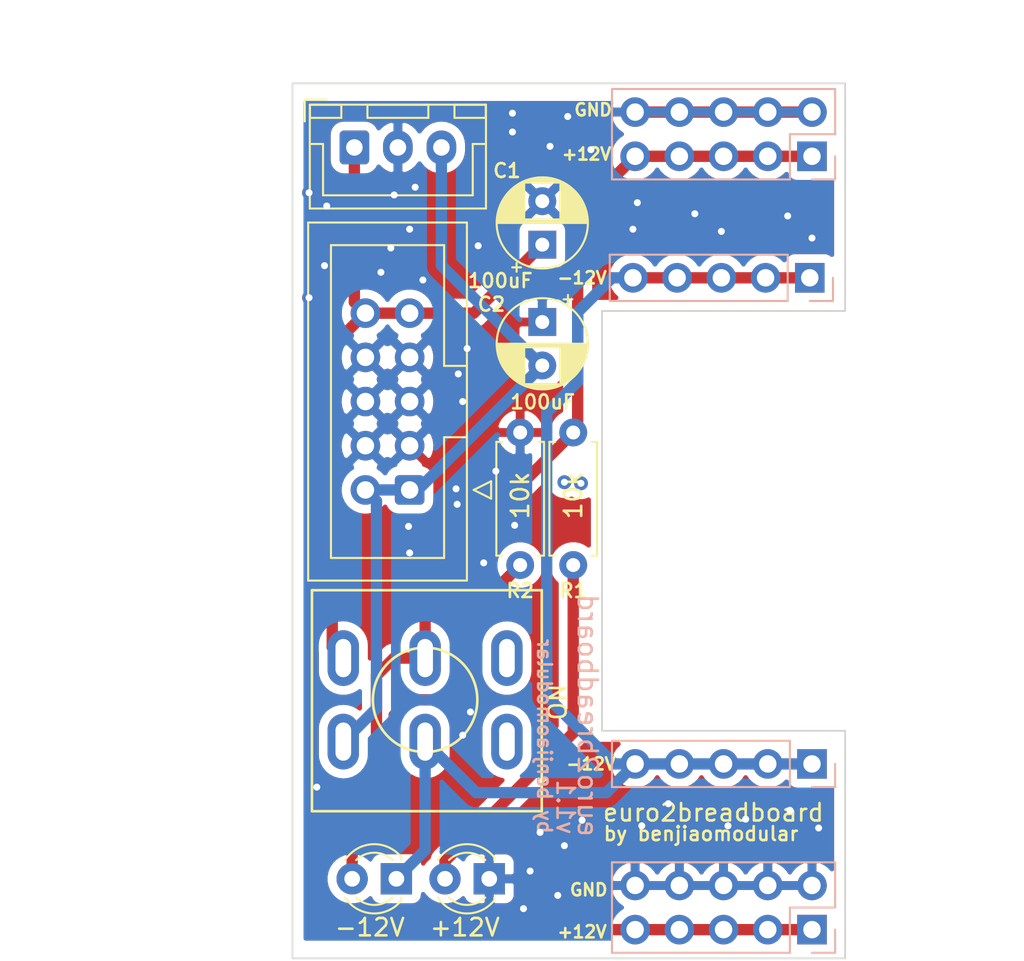
<source format=kicad_pcb>
(kicad_pcb (version 20171130) (host pcbnew 5.1.9+dfsg1-1~bpo10+1)

  (general
    (thickness 1.6)
    (drawings 29)
    (tracks 107)
    (zones 0)
    (modules 13)
    (nets 8)
  )

  (page A4)
  (layers
    (0 F.Cu signal)
    (31 B.Cu signal)
    (32 B.Adhes user)
    (33 F.Adhes user)
    (34 B.Paste user)
    (35 F.Paste user)
    (36 B.SilkS user)
    (37 F.SilkS user)
    (38 B.Mask user)
    (39 F.Mask user)
    (40 Dwgs.User user)
    (41 Cmts.User user)
    (42 Eco1.User user)
    (43 Eco2.User user)
    (44 Edge.Cuts user)
    (45 Margin user)
    (46 B.CrtYd user)
    (47 F.CrtYd user)
    (48 B.Fab user)
    (49 F.Fab user)
  )

  (setup
    (last_trace_width 0.25)
    (user_trace_width 0.65)
    (trace_clearance 0.2)
    (zone_clearance 0.508)
    (zone_45_only no)
    (trace_min 0.2)
    (via_size 0.8)
    (via_drill 0.4)
    (via_min_size 0.4)
    (via_min_drill 0.3)
    (uvia_size 0.3)
    (uvia_drill 0.1)
    (uvias_allowed no)
    (uvia_min_size 0.2)
    (uvia_min_drill 0.1)
    (edge_width 0.05)
    (segment_width 0.2)
    (pcb_text_width 0.3)
    (pcb_text_size 1.5 1.5)
    (mod_edge_width 0.12)
    (mod_text_size 1 1)
    (mod_text_width 0.15)
    (pad_size 1.524 1.524)
    (pad_drill 0.762)
    (pad_to_mask_clearance 0)
    (aux_axis_origin 0 0)
    (visible_elements FFFFFF7F)
    (pcbplotparams
      (layerselection 0x010fc_ffffffff)
      (usegerberextensions false)
      (usegerberattributes true)
      (usegerberadvancedattributes true)
      (creategerberjobfile true)
      (excludeedgelayer true)
      (linewidth 0.100000)
      (plotframeref false)
      (viasonmask false)
      (mode 1)
      (useauxorigin false)
      (hpglpennumber 1)
      (hpglpenspeed 20)
      (hpglpendiameter 15.000000)
      (psnegative false)
      (psa4output false)
      (plotreference true)
      (plotvalue true)
      (plotinvisibletext false)
      (padsonsilk false)
      (subtractmaskfromsilk false)
      (outputformat 1)
      (mirror false)
      (drillshape 0)
      (scaleselection 1)
      (outputdirectory "../../Fabrication/euro2breadboard v1.1/"))
  )

  (net 0 "")
  (net 1 GND)
  (net 2 +12V)
  (net 3 -12V)
  (net 4 "Net-(BB_POWER_PINS1-Pad1)")
  (net 5 "Net-(NEG_12V_LED1-Pad2)")
  (net 6 "Net-(NEG_12V_LED1-Pad1)")
  (net 7 "Net-(POS_12V_LED1-Pad2)")

  (net_class Default "This is the default net class."
    (clearance 0.2)
    (trace_width 0.25)
    (via_dia 0.8)
    (via_drill 0.4)
    (uvia_dia 0.3)
    (uvia_drill 0.1)
    (add_net +12V)
    (add_net -12V)
    (add_net GND)
    (add_net "Net-(BB_POWER_PINS1-Pad1)")
    (add_net "Net-(NEG_12V_LED1-Pad1)")
    (add_net "Net-(NEG_12V_LED1-Pad2)")
    (add_net "Net-(POS_12V_LED1-Pad2)")
  )

  (module Capacitor_THT:CP_Radial_D5.0mm_P2.50mm (layer F.Cu) (tedit 5AE50EF0) (tstamp 61FFB25A)
    (at 82.931 48.895 90)
    (descr "CP, Radial series, Radial, pin pitch=2.50mm, , diameter=5mm, Electrolytic Capacitor")
    (tags "CP Radial series Radial pin pitch 2.50mm  diameter 5mm Electrolytic Capacitor")
    (path /61FFCE30)
    (fp_text reference C1 (at 4.2545 -2.032 180) (layer F.SilkS)
      (effects (font (size 0.8 0.8) (thickness 0.15)))
    )
    (fp_text value 100uF (at -2.0701 -2.413 180) (layer F.SilkS)
      (effects (font (size 0.8 0.8) (thickness 0.15)))
    )
    (fp_circle (center 1.25 0) (end 3.75 0) (layer F.Fab) (width 0.1))
    (fp_circle (center 1.25 0) (end 3.87 0) (layer F.SilkS) (width 0.12))
    (fp_circle (center 1.25 0) (end 4 0) (layer F.CrtYd) (width 0.05))
    (fp_line (start -0.883605 -1.0875) (end -0.383605 -1.0875) (layer F.Fab) (width 0.1))
    (fp_line (start -0.633605 -1.3375) (end -0.633605 -0.8375) (layer F.Fab) (width 0.1))
    (fp_line (start 1.25 -2.58) (end 1.25 2.58) (layer F.SilkS) (width 0.12))
    (fp_line (start 1.29 -2.58) (end 1.29 2.58) (layer F.SilkS) (width 0.12))
    (fp_line (start 1.33 -2.579) (end 1.33 2.579) (layer F.SilkS) (width 0.12))
    (fp_line (start 1.37 -2.578) (end 1.37 2.578) (layer F.SilkS) (width 0.12))
    (fp_line (start 1.41 -2.576) (end 1.41 2.576) (layer F.SilkS) (width 0.12))
    (fp_line (start 1.45 -2.573) (end 1.45 2.573) (layer F.SilkS) (width 0.12))
    (fp_line (start 1.49 -2.569) (end 1.49 -1.04) (layer F.SilkS) (width 0.12))
    (fp_line (start 1.49 1.04) (end 1.49 2.569) (layer F.SilkS) (width 0.12))
    (fp_line (start 1.53 -2.565) (end 1.53 -1.04) (layer F.SilkS) (width 0.12))
    (fp_line (start 1.53 1.04) (end 1.53 2.565) (layer F.SilkS) (width 0.12))
    (fp_line (start 1.57 -2.561) (end 1.57 -1.04) (layer F.SilkS) (width 0.12))
    (fp_line (start 1.57 1.04) (end 1.57 2.561) (layer F.SilkS) (width 0.12))
    (fp_line (start 1.61 -2.556) (end 1.61 -1.04) (layer F.SilkS) (width 0.12))
    (fp_line (start 1.61 1.04) (end 1.61 2.556) (layer F.SilkS) (width 0.12))
    (fp_line (start 1.65 -2.55) (end 1.65 -1.04) (layer F.SilkS) (width 0.12))
    (fp_line (start 1.65 1.04) (end 1.65 2.55) (layer F.SilkS) (width 0.12))
    (fp_line (start 1.69 -2.543) (end 1.69 -1.04) (layer F.SilkS) (width 0.12))
    (fp_line (start 1.69 1.04) (end 1.69 2.543) (layer F.SilkS) (width 0.12))
    (fp_line (start 1.73 -2.536) (end 1.73 -1.04) (layer F.SilkS) (width 0.12))
    (fp_line (start 1.73 1.04) (end 1.73 2.536) (layer F.SilkS) (width 0.12))
    (fp_line (start 1.77 -2.528) (end 1.77 -1.04) (layer F.SilkS) (width 0.12))
    (fp_line (start 1.77 1.04) (end 1.77 2.528) (layer F.SilkS) (width 0.12))
    (fp_line (start 1.81 -2.52) (end 1.81 -1.04) (layer F.SilkS) (width 0.12))
    (fp_line (start 1.81 1.04) (end 1.81 2.52) (layer F.SilkS) (width 0.12))
    (fp_line (start 1.85 -2.511) (end 1.85 -1.04) (layer F.SilkS) (width 0.12))
    (fp_line (start 1.85 1.04) (end 1.85 2.511) (layer F.SilkS) (width 0.12))
    (fp_line (start 1.89 -2.501) (end 1.89 -1.04) (layer F.SilkS) (width 0.12))
    (fp_line (start 1.89 1.04) (end 1.89 2.501) (layer F.SilkS) (width 0.12))
    (fp_line (start 1.93 -2.491) (end 1.93 -1.04) (layer F.SilkS) (width 0.12))
    (fp_line (start 1.93 1.04) (end 1.93 2.491) (layer F.SilkS) (width 0.12))
    (fp_line (start 1.971 -2.48) (end 1.971 -1.04) (layer F.SilkS) (width 0.12))
    (fp_line (start 1.971 1.04) (end 1.971 2.48) (layer F.SilkS) (width 0.12))
    (fp_line (start 2.011 -2.468) (end 2.011 -1.04) (layer F.SilkS) (width 0.12))
    (fp_line (start 2.011 1.04) (end 2.011 2.468) (layer F.SilkS) (width 0.12))
    (fp_line (start 2.051 -2.455) (end 2.051 -1.04) (layer F.SilkS) (width 0.12))
    (fp_line (start 2.051 1.04) (end 2.051 2.455) (layer F.SilkS) (width 0.12))
    (fp_line (start 2.091 -2.442) (end 2.091 -1.04) (layer F.SilkS) (width 0.12))
    (fp_line (start 2.091 1.04) (end 2.091 2.442) (layer F.SilkS) (width 0.12))
    (fp_line (start 2.131 -2.428) (end 2.131 -1.04) (layer F.SilkS) (width 0.12))
    (fp_line (start 2.131 1.04) (end 2.131 2.428) (layer F.SilkS) (width 0.12))
    (fp_line (start 2.171 -2.414) (end 2.171 -1.04) (layer F.SilkS) (width 0.12))
    (fp_line (start 2.171 1.04) (end 2.171 2.414) (layer F.SilkS) (width 0.12))
    (fp_line (start 2.211 -2.398) (end 2.211 -1.04) (layer F.SilkS) (width 0.12))
    (fp_line (start 2.211 1.04) (end 2.211 2.398) (layer F.SilkS) (width 0.12))
    (fp_line (start 2.251 -2.382) (end 2.251 -1.04) (layer F.SilkS) (width 0.12))
    (fp_line (start 2.251 1.04) (end 2.251 2.382) (layer F.SilkS) (width 0.12))
    (fp_line (start 2.291 -2.365) (end 2.291 -1.04) (layer F.SilkS) (width 0.12))
    (fp_line (start 2.291 1.04) (end 2.291 2.365) (layer F.SilkS) (width 0.12))
    (fp_line (start 2.331 -2.348) (end 2.331 -1.04) (layer F.SilkS) (width 0.12))
    (fp_line (start 2.331 1.04) (end 2.331 2.348) (layer F.SilkS) (width 0.12))
    (fp_line (start 2.371 -2.329) (end 2.371 -1.04) (layer F.SilkS) (width 0.12))
    (fp_line (start 2.371 1.04) (end 2.371 2.329) (layer F.SilkS) (width 0.12))
    (fp_line (start 2.411 -2.31) (end 2.411 -1.04) (layer F.SilkS) (width 0.12))
    (fp_line (start 2.411 1.04) (end 2.411 2.31) (layer F.SilkS) (width 0.12))
    (fp_line (start 2.451 -2.29) (end 2.451 -1.04) (layer F.SilkS) (width 0.12))
    (fp_line (start 2.451 1.04) (end 2.451 2.29) (layer F.SilkS) (width 0.12))
    (fp_line (start 2.491 -2.268) (end 2.491 -1.04) (layer F.SilkS) (width 0.12))
    (fp_line (start 2.491 1.04) (end 2.491 2.268) (layer F.SilkS) (width 0.12))
    (fp_line (start 2.531 -2.247) (end 2.531 -1.04) (layer F.SilkS) (width 0.12))
    (fp_line (start 2.531 1.04) (end 2.531 2.247) (layer F.SilkS) (width 0.12))
    (fp_line (start 2.571 -2.224) (end 2.571 -1.04) (layer F.SilkS) (width 0.12))
    (fp_line (start 2.571 1.04) (end 2.571 2.224) (layer F.SilkS) (width 0.12))
    (fp_line (start 2.611 -2.2) (end 2.611 -1.04) (layer F.SilkS) (width 0.12))
    (fp_line (start 2.611 1.04) (end 2.611 2.2) (layer F.SilkS) (width 0.12))
    (fp_line (start 2.651 -2.175) (end 2.651 -1.04) (layer F.SilkS) (width 0.12))
    (fp_line (start 2.651 1.04) (end 2.651 2.175) (layer F.SilkS) (width 0.12))
    (fp_line (start 2.691 -2.149) (end 2.691 -1.04) (layer F.SilkS) (width 0.12))
    (fp_line (start 2.691 1.04) (end 2.691 2.149) (layer F.SilkS) (width 0.12))
    (fp_line (start 2.731 -2.122) (end 2.731 -1.04) (layer F.SilkS) (width 0.12))
    (fp_line (start 2.731 1.04) (end 2.731 2.122) (layer F.SilkS) (width 0.12))
    (fp_line (start 2.771 -2.095) (end 2.771 -1.04) (layer F.SilkS) (width 0.12))
    (fp_line (start 2.771 1.04) (end 2.771 2.095) (layer F.SilkS) (width 0.12))
    (fp_line (start 2.811 -2.065) (end 2.811 -1.04) (layer F.SilkS) (width 0.12))
    (fp_line (start 2.811 1.04) (end 2.811 2.065) (layer F.SilkS) (width 0.12))
    (fp_line (start 2.851 -2.035) (end 2.851 -1.04) (layer F.SilkS) (width 0.12))
    (fp_line (start 2.851 1.04) (end 2.851 2.035) (layer F.SilkS) (width 0.12))
    (fp_line (start 2.891 -2.004) (end 2.891 -1.04) (layer F.SilkS) (width 0.12))
    (fp_line (start 2.891 1.04) (end 2.891 2.004) (layer F.SilkS) (width 0.12))
    (fp_line (start 2.931 -1.971) (end 2.931 -1.04) (layer F.SilkS) (width 0.12))
    (fp_line (start 2.931 1.04) (end 2.931 1.971) (layer F.SilkS) (width 0.12))
    (fp_line (start 2.971 -1.937) (end 2.971 -1.04) (layer F.SilkS) (width 0.12))
    (fp_line (start 2.971 1.04) (end 2.971 1.937) (layer F.SilkS) (width 0.12))
    (fp_line (start 3.011 -1.901) (end 3.011 -1.04) (layer F.SilkS) (width 0.12))
    (fp_line (start 3.011 1.04) (end 3.011 1.901) (layer F.SilkS) (width 0.12))
    (fp_line (start 3.051 -1.864) (end 3.051 -1.04) (layer F.SilkS) (width 0.12))
    (fp_line (start 3.051 1.04) (end 3.051 1.864) (layer F.SilkS) (width 0.12))
    (fp_line (start 3.091 -1.826) (end 3.091 -1.04) (layer F.SilkS) (width 0.12))
    (fp_line (start 3.091 1.04) (end 3.091 1.826) (layer F.SilkS) (width 0.12))
    (fp_line (start 3.131 -1.785) (end 3.131 -1.04) (layer F.SilkS) (width 0.12))
    (fp_line (start 3.131 1.04) (end 3.131 1.785) (layer F.SilkS) (width 0.12))
    (fp_line (start 3.171 -1.743) (end 3.171 -1.04) (layer F.SilkS) (width 0.12))
    (fp_line (start 3.171 1.04) (end 3.171 1.743) (layer F.SilkS) (width 0.12))
    (fp_line (start 3.211 -1.699) (end 3.211 -1.04) (layer F.SilkS) (width 0.12))
    (fp_line (start 3.211 1.04) (end 3.211 1.699) (layer F.SilkS) (width 0.12))
    (fp_line (start 3.251 -1.653) (end 3.251 -1.04) (layer F.SilkS) (width 0.12))
    (fp_line (start 3.251 1.04) (end 3.251 1.653) (layer F.SilkS) (width 0.12))
    (fp_line (start 3.291 -1.605) (end 3.291 -1.04) (layer F.SilkS) (width 0.12))
    (fp_line (start 3.291 1.04) (end 3.291 1.605) (layer F.SilkS) (width 0.12))
    (fp_line (start 3.331 -1.554) (end 3.331 -1.04) (layer F.SilkS) (width 0.12))
    (fp_line (start 3.331 1.04) (end 3.331 1.554) (layer F.SilkS) (width 0.12))
    (fp_line (start 3.371 -1.5) (end 3.371 -1.04) (layer F.SilkS) (width 0.12))
    (fp_line (start 3.371 1.04) (end 3.371 1.5) (layer F.SilkS) (width 0.12))
    (fp_line (start 3.411 -1.443) (end 3.411 -1.04) (layer F.SilkS) (width 0.12))
    (fp_line (start 3.411 1.04) (end 3.411 1.443) (layer F.SilkS) (width 0.12))
    (fp_line (start 3.451 -1.383) (end 3.451 -1.04) (layer F.SilkS) (width 0.12))
    (fp_line (start 3.451 1.04) (end 3.451 1.383) (layer F.SilkS) (width 0.12))
    (fp_line (start 3.491 -1.319) (end 3.491 -1.04) (layer F.SilkS) (width 0.12))
    (fp_line (start 3.491 1.04) (end 3.491 1.319) (layer F.SilkS) (width 0.12))
    (fp_line (start 3.531 -1.251) (end 3.531 -1.04) (layer F.SilkS) (width 0.12))
    (fp_line (start 3.531 1.04) (end 3.531 1.251) (layer F.SilkS) (width 0.12))
    (fp_line (start 3.571 -1.178) (end 3.571 1.178) (layer F.SilkS) (width 0.12))
    (fp_line (start 3.611 -1.098) (end 3.611 1.098) (layer F.SilkS) (width 0.12))
    (fp_line (start 3.651 -1.011) (end 3.651 1.011) (layer F.SilkS) (width 0.12))
    (fp_line (start 3.691 -0.915) (end 3.691 0.915) (layer F.SilkS) (width 0.12))
    (fp_line (start 3.731 -0.805) (end 3.731 0.805) (layer F.SilkS) (width 0.12))
    (fp_line (start 3.771 -0.677) (end 3.771 0.677) (layer F.SilkS) (width 0.12))
    (fp_line (start 3.811 -0.518) (end 3.811 0.518) (layer F.SilkS) (width 0.12))
    (fp_line (start 3.851 -0.284) (end 3.851 0.284) (layer F.SilkS) (width 0.12))
    (fp_line (start -1.554775 -1.475) (end -1.054775 -1.475) (layer F.SilkS) (width 0.12))
    (fp_line (start -1.304775 -1.725) (end -1.304775 -1.225) (layer F.SilkS) (width 0.12))
    (fp_text user %R (at 1.25 0 90) (layer F.Fab)
      (effects (font (size 1 1) (thickness 0.15)))
    )
    (pad 2 thru_hole circle (at 2.5 0 90) (size 1.6 1.6) (drill 0.8) (layers *.Cu *.Mask)
      (net 1 GND))
    (pad 1 thru_hole rect (at 0 0 90) (size 1.6 1.6) (drill 0.8) (layers *.Cu *.Mask)
      (net 2 +12V))
    (model ${KISYS3DMOD}/Capacitor_THT.3dshapes/CP_Radial_D5.0mm_P2.50mm.wrl
      (at (xyz 0 0 0))
      (scale (xyz 1 1 1))
      (rotate (xyz 0 0 0))
    )
  )

  (module Capacitor_THT:CP_Radial_D5.0mm_P2.50mm (layer F.Cu) (tedit 5AE50EF0) (tstamp 61FF63E7)
    (at 82.931 53.34 270)
    (descr "CP, Radial series, Radial, pin pitch=2.50mm, , diameter=5mm, Electrolytic Capacitor")
    (tags "CP Radial series Radial pin pitch 2.50mm  diameter 5mm Electrolytic Capacitor")
    (path /61FFCE2A)
    (fp_text reference C2 (at -1.016 2.921 180) (layer F.SilkS)
      (effects (font (size 0.8 0.8) (thickness 0.15)))
    )
    (fp_text value 100uF (at 4.5974 -0.0254 180) (layer F.SilkS)
      (effects (font (size 0.8 0.8) (thickness 0.15)))
    )
    (fp_line (start -1.304775 -1.725) (end -1.304775 -1.225) (layer F.SilkS) (width 0.12))
    (fp_line (start -1.554775 -1.475) (end -1.054775 -1.475) (layer F.SilkS) (width 0.12))
    (fp_line (start 3.851 -0.284) (end 3.851 0.284) (layer F.SilkS) (width 0.12))
    (fp_line (start 3.811 -0.518) (end 3.811 0.518) (layer F.SilkS) (width 0.12))
    (fp_line (start 3.771 -0.677) (end 3.771 0.677) (layer F.SilkS) (width 0.12))
    (fp_line (start 3.731 -0.805) (end 3.731 0.805) (layer F.SilkS) (width 0.12))
    (fp_line (start 3.691 -0.915) (end 3.691 0.915) (layer F.SilkS) (width 0.12))
    (fp_line (start 3.651 -1.011) (end 3.651 1.011) (layer F.SilkS) (width 0.12))
    (fp_line (start 3.611 -1.098) (end 3.611 1.098) (layer F.SilkS) (width 0.12))
    (fp_line (start 3.571 -1.178) (end 3.571 1.178) (layer F.SilkS) (width 0.12))
    (fp_line (start 3.531 1.04) (end 3.531 1.251) (layer F.SilkS) (width 0.12))
    (fp_line (start 3.531 -1.251) (end 3.531 -1.04) (layer F.SilkS) (width 0.12))
    (fp_line (start 3.491 1.04) (end 3.491 1.319) (layer F.SilkS) (width 0.12))
    (fp_line (start 3.491 -1.319) (end 3.491 -1.04) (layer F.SilkS) (width 0.12))
    (fp_line (start 3.451 1.04) (end 3.451 1.383) (layer F.SilkS) (width 0.12))
    (fp_line (start 3.451 -1.383) (end 3.451 -1.04) (layer F.SilkS) (width 0.12))
    (fp_line (start 3.411 1.04) (end 3.411 1.443) (layer F.SilkS) (width 0.12))
    (fp_line (start 3.411 -1.443) (end 3.411 -1.04) (layer F.SilkS) (width 0.12))
    (fp_line (start 3.371 1.04) (end 3.371 1.5) (layer F.SilkS) (width 0.12))
    (fp_line (start 3.371 -1.5) (end 3.371 -1.04) (layer F.SilkS) (width 0.12))
    (fp_line (start 3.331 1.04) (end 3.331 1.554) (layer F.SilkS) (width 0.12))
    (fp_line (start 3.331 -1.554) (end 3.331 -1.04) (layer F.SilkS) (width 0.12))
    (fp_line (start 3.291 1.04) (end 3.291 1.605) (layer F.SilkS) (width 0.12))
    (fp_line (start 3.291 -1.605) (end 3.291 -1.04) (layer F.SilkS) (width 0.12))
    (fp_line (start 3.251 1.04) (end 3.251 1.653) (layer F.SilkS) (width 0.12))
    (fp_line (start 3.251 -1.653) (end 3.251 -1.04) (layer F.SilkS) (width 0.12))
    (fp_line (start 3.211 1.04) (end 3.211 1.699) (layer F.SilkS) (width 0.12))
    (fp_line (start 3.211 -1.699) (end 3.211 -1.04) (layer F.SilkS) (width 0.12))
    (fp_line (start 3.171 1.04) (end 3.171 1.743) (layer F.SilkS) (width 0.12))
    (fp_line (start 3.171 -1.743) (end 3.171 -1.04) (layer F.SilkS) (width 0.12))
    (fp_line (start 3.131 1.04) (end 3.131 1.785) (layer F.SilkS) (width 0.12))
    (fp_line (start 3.131 -1.785) (end 3.131 -1.04) (layer F.SilkS) (width 0.12))
    (fp_line (start 3.091 1.04) (end 3.091 1.826) (layer F.SilkS) (width 0.12))
    (fp_line (start 3.091 -1.826) (end 3.091 -1.04) (layer F.SilkS) (width 0.12))
    (fp_line (start 3.051 1.04) (end 3.051 1.864) (layer F.SilkS) (width 0.12))
    (fp_line (start 3.051 -1.864) (end 3.051 -1.04) (layer F.SilkS) (width 0.12))
    (fp_line (start 3.011 1.04) (end 3.011 1.901) (layer F.SilkS) (width 0.12))
    (fp_line (start 3.011 -1.901) (end 3.011 -1.04) (layer F.SilkS) (width 0.12))
    (fp_line (start 2.971 1.04) (end 2.971 1.937) (layer F.SilkS) (width 0.12))
    (fp_line (start 2.971 -1.937) (end 2.971 -1.04) (layer F.SilkS) (width 0.12))
    (fp_line (start 2.931 1.04) (end 2.931 1.971) (layer F.SilkS) (width 0.12))
    (fp_line (start 2.931 -1.971) (end 2.931 -1.04) (layer F.SilkS) (width 0.12))
    (fp_line (start 2.891 1.04) (end 2.891 2.004) (layer F.SilkS) (width 0.12))
    (fp_line (start 2.891 -2.004) (end 2.891 -1.04) (layer F.SilkS) (width 0.12))
    (fp_line (start 2.851 1.04) (end 2.851 2.035) (layer F.SilkS) (width 0.12))
    (fp_line (start 2.851 -2.035) (end 2.851 -1.04) (layer F.SilkS) (width 0.12))
    (fp_line (start 2.811 1.04) (end 2.811 2.065) (layer F.SilkS) (width 0.12))
    (fp_line (start 2.811 -2.065) (end 2.811 -1.04) (layer F.SilkS) (width 0.12))
    (fp_line (start 2.771 1.04) (end 2.771 2.095) (layer F.SilkS) (width 0.12))
    (fp_line (start 2.771 -2.095) (end 2.771 -1.04) (layer F.SilkS) (width 0.12))
    (fp_line (start 2.731 1.04) (end 2.731 2.122) (layer F.SilkS) (width 0.12))
    (fp_line (start 2.731 -2.122) (end 2.731 -1.04) (layer F.SilkS) (width 0.12))
    (fp_line (start 2.691 1.04) (end 2.691 2.149) (layer F.SilkS) (width 0.12))
    (fp_line (start 2.691 -2.149) (end 2.691 -1.04) (layer F.SilkS) (width 0.12))
    (fp_line (start 2.651 1.04) (end 2.651 2.175) (layer F.SilkS) (width 0.12))
    (fp_line (start 2.651 -2.175) (end 2.651 -1.04) (layer F.SilkS) (width 0.12))
    (fp_line (start 2.611 1.04) (end 2.611 2.2) (layer F.SilkS) (width 0.12))
    (fp_line (start 2.611 -2.2) (end 2.611 -1.04) (layer F.SilkS) (width 0.12))
    (fp_line (start 2.571 1.04) (end 2.571 2.224) (layer F.SilkS) (width 0.12))
    (fp_line (start 2.571 -2.224) (end 2.571 -1.04) (layer F.SilkS) (width 0.12))
    (fp_line (start 2.531 1.04) (end 2.531 2.247) (layer F.SilkS) (width 0.12))
    (fp_line (start 2.531 -2.247) (end 2.531 -1.04) (layer F.SilkS) (width 0.12))
    (fp_line (start 2.491 1.04) (end 2.491 2.268) (layer F.SilkS) (width 0.12))
    (fp_line (start 2.491 -2.268) (end 2.491 -1.04) (layer F.SilkS) (width 0.12))
    (fp_line (start 2.451 1.04) (end 2.451 2.29) (layer F.SilkS) (width 0.12))
    (fp_line (start 2.451 -2.29) (end 2.451 -1.04) (layer F.SilkS) (width 0.12))
    (fp_line (start 2.411 1.04) (end 2.411 2.31) (layer F.SilkS) (width 0.12))
    (fp_line (start 2.411 -2.31) (end 2.411 -1.04) (layer F.SilkS) (width 0.12))
    (fp_line (start 2.371 1.04) (end 2.371 2.329) (layer F.SilkS) (width 0.12))
    (fp_line (start 2.371 -2.329) (end 2.371 -1.04) (layer F.SilkS) (width 0.12))
    (fp_line (start 2.331 1.04) (end 2.331 2.348) (layer F.SilkS) (width 0.12))
    (fp_line (start 2.331 -2.348) (end 2.331 -1.04) (layer F.SilkS) (width 0.12))
    (fp_line (start 2.291 1.04) (end 2.291 2.365) (layer F.SilkS) (width 0.12))
    (fp_line (start 2.291 -2.365) (end 2.291 -1.04) (layer F.SilkS) (width 0.12))
    (fp_line (start 2.251 1.04) (end 2.251 2.382) (layer F.SilkS) (width 0.12))
    (fp_line (start 2.251 -2.382) (end 2.251 -1.04) (layer F.SilkS) (width 0.12))
    (fp_line (start 2.211 1.04) (end 2.211 2.398) (layer F.SilkS) (width 0.12))
    (fp_line (start 2.211 -2.398) (end 2.211 -1.04) (layer F.SilkS) (width 0.12))
    (fp_line (start 2.171 1.04) (end 2.171 2.414) (layer F.SilkS) (width 0.12))
    (fp_line (start 2.171 -2.414) (end 2.171 -1.04) (layer F.SilkS) (width 0.12))
    (fp_line (start 2.131 1.04) (end 2.131 2.428) (layer F.SilkS) (width 0.12))
    (fp_line (start 2.131 -2.428) (end 2.131 -1.04) (layer F.SilkS) (width 0.12))
    (fp_line (start 2.091 1.04) (end 2.091 2.442) (layer F.SilkS) (width 0.12))
    (fp_line (start 2.091 -2.442) (end 2.091 -1.04) (layer F.SilkS) (width 0.12))
    (fp_line (start 2.051 1.04) (end 2.051 2.455) (layer F.SilkS) (width 0.12))
    (fp_line (start 2.051 -2.455) (end 2.051 -1.04) (layer F.SilkS) (width 0.12))
    (fp_line (start 2.011 1.04) (end 2.011 2.468) (layer F.SilkS) (width 0.12))
    (fp_line (start 2.011 -2.468) (end 2.011 -1.04) (layer F.SilkS) (width 0.12))
    (fp_line (start 1.971 1.04) (end 1.971 2.48) (layer F.SilkS) (width 0.12))
    (fp_line (start 1.971 -2.48) (end 1.971 -1.04) (layer F.SilkS) (width 0.12))
    (fp_line (start 1.93 1.04) (end 1.93 2.491) (layer F.SilkS) (width 0.12))
    (fp_line (start 1.93 -2.491) (end 1.93 -1.04) (layer F.SilkS) (width 0.12))
    (fp_line (start 1.89 1.04) (end 1.89 2.501) (layer F.SilkS) (width 0.12))
    (fp_line (start 1.89 -2.501) (end 1.89 -1.04) (layer F.SilkS) (width 0.12))
    (fp_line (start 1.85 1.04) (end 1.85 2.511) (layer F.SilkS) (width 0.12))
    (fp_line (start 1.85 -2.511) (end 1.85 -1.04) (layer F.SilkS) (width 0.12))
    (fp_line (start 1.81 1.04) (end 1.81 2.52) (layer F.SilkS) (width 0.12))
    (fp_line (start 1.81 -2.52) (end 1.81 -1.04) (layer F.SilkS) (width 0.12))
    (fp_line (start 1.77 1.04) (end 1.77 2.528) (layer F.SilkS) (width 0.12))
    (fp_line (start 1.77 -2.528) (end 1.77 -1.04) (layer F.SilkS) (width 0.12))
    (fp_line (start 1.73 1.04) (end 1.73 2.536) (layer F.SilkS) (width 0.12))
    (fp_line (start 1.73 -2.536) (end 1.73 -1.04) (layer F.SilkS) (width 0.12))
    (fp_line (start 1.69 1.04) (end 1.69 2.543) (layer F.SilkS) (width 0.12))
    (fp_line (start 1.69 -2.543) (end 1.69 -1.04) (layer F.SilkS) (width 0.12))
    (fp_line (start 1.65 1.04) (end 1.65 2.55) (layer F.SilkS) (width 0.12))
    (fp_line (start 1.65 -2.55) (end 1.65 -1.04) (layer F.SilkS) (width 0.12))
    (fp_line (start 1.61 1.04) (end 1.61 2.556) (layer F.SilkS) (width 0.12))
    (fp_line (start 1.61 -2.556) (end 1.61 -1.04) (layer F.SilkS) (width 0.12))
    (fp_line (start 1.57 1.04) (end 1.57 2.561) (layer F.SilkS) (width 0.12))
    (fp_line (start 1.57 -2.561) (end 1.57 -1.04) (layer F.SilkS) (width 0.12))
    (fp_line (start 1.53 1.04) (end 1.53 2.565) (layer F.SilkS) (width 0.12))
    (fp_line (start 1.53 -2.565) (end 1.53 -1.04) (layer F.SilkS) (width 0.12))
    (fp_line (start 1.49 1.04) (end 1.49 2.569) (layer F.SilkS) (width 0.12))
    (fp_line (start 1.49 -2.569) (end 1.49 -1.04) (layer F.SilkS) (width 0.12))
    (fp_line (start 1.45 -2.573) (end 1.45 2.573) (layer F.SilkS) (width 0.12))
    (fp_line (start 1.41 -2.576) (end 1.41 2.576) (layer F.SilkS) (width 0.12))
    (fp_line (start 1.37 -2.578) (end 1.37 2.578) (layer F.SilkS) (width 0.12))
    (fp_line (start 1.33 -2.579) (end 1.33 2.579) (layer F.SilkS) (width 0.12))
    (fp_line (start 1.29 -2.58) (end 1.29 2.58) (layer F.SilkS) (width 0.12))
    (fp_line (start 1.25 -2.58) (end 1.25 2.58) (layer F.SilkS) (width 0.12))
    (fp_line (start -0.633605 -1.3375) (end -0.633605 -0.8375) (layer F.Fab) (width 0.1))
    (fp_line (start -0.883605 -1.0875) (end -0.383605 -1.0875) (layer F.Fab) (width 0.1))
    (fp_circle (center 1.25 0) (end 4 0) (layer F.CrtYd) (width 0.05))
    (fp_circle (center 1.25 0) (end 3.87 0) (layer F.SilkS) (width 0.12))
    (fp_circle (center 1.25 0) (end 3.75 0) (layer F.Fab) (width 0.1))
    (fp_text user %R (at 1.25 0 90) (layer F.Fab)
      (effects (font (size 1 1) (thickness 0.15)))
    )
    (pad 1 thru_hole rect (at 0 0 270) (size 1.6 1.6) (drill 0.8) (layers *.Cu *.Mask)
      (net 1 GND))
    (pad 2 thru_hole circle (at 2.5 0 270) (size 1.6 1.6) (drill 0.8) (layers *.Cu *.Mask)
      (net 3 -12V))
    (model ${KISYS3DMOD}/Capacitor_THT.3dshapes/CP_Radial_D5.0mm_P2.50mm.wrl
      (at (xyz 0 0 0))
      (scale (xyz 1 1 1))
      (rotate (xyz 0 0 0))
    )
  )

  (module Connector_IDC:IDC-Header_2x05_P2.54mm_Vertical (layer F.Cu) (tedit 5EAC9A07) (tstamp 61FF6495)
    (at 75.311 62.992 180)
    (descr "Through hole IDC box header, 2x05, 2.54mm pitch, DIN 41651 / IEC 60603-13, double rows, https://docs.google.com/spreadsheets/d/16SsEcesNF15N3Lb4niX7dcUr-NY5_MFPQhobNuNppn4/edit#gid=0")
    (tags "Through hole vertical IDC box header THT 2x05 2.54mm double row")
    (path /61FFCEA3)
    (fp_text reference J2 (at 6.604 5.334 90) (layer F.SilkS) hide
      (effects (font (size 1 1) (thickness 0.15)))
    )
    (fp_text value IDC_BUS (at 1.27 16.26) (layer F.Fab)
      (effects (font (size 1 1) (thickness 0.15)))
    )
    (fp_line (start 6.22 -5.6) (end -3.68 -5.6) (layer F.CrtYd) (width 0.05))
    (fp_line (start 6.22 15.76) (end 6.22 -5.6) (layer F.CrtYd) (width 0.05))
    (fp_line (start -3.68 15.76) (end 6.22 15.76) (layer F.CrtYd) (width 0.05))
    (fp_line (start -3.68 -5.6) (end -3.68 15.76) (layer F.CrtYd) (width 0.05))
    (fp_line (start -4.68 0.5) (end -3.68 0) (layer F.SilkS) (width 0.12))
    (fp_line (start -4.68 -0.5) (end -4.68 0.5) (layer F.SilkS) (width 0.12))
    (fp_line (start -3.68 0) (end -4.68 -0.5) (layer F.SilkS) (width 0.12))
    (fp_line (start -1.98 7.13) (end -3.29 7.13) (layer F.SilkS) (width 0.12))
    (fp_line (start -1.98 7.13) (end -1.98 7.13) (layer F.SilkS) (width 0.12))
    (fp_line (start -1.98 14.07) (end -1.98 7.13) (layer F.SilkS) (width 0.12))
    (fp_line (start 4.52 14.07) (end -1.98 14.07) (layer F.SilkS) (width 0.12))
    (fp_line (start 4.52 -3.91) (end 4.52 14.07) (layer F.SilkS) (width 0.12))
    (fp_line (start -1.98 -3.91) (end 4.52 -3.91) (layer F.SilkS) (width 0.12))
    (fp_line (start -1.98 3.03) (end -1.98 -3.91) (layer F.SilkS) (width 0.12))
    (fp_line (start -3.29 3.03) (end -1.98 3.03) (layer F.SilkS) (width 0.12))
    (fp_line (start -3.29 15.37) (end -3.29 -5.21) (layer F.SilkS) (width 0.12))
    (fp_line (start 5.83 15.37) (end -3.29 15.37) (layer F.SilkS) (width 0.12))
    (fp_line (start 5.83 -5.21) (end 5.83 15.37) (layer F.SilkS) (width 0.12))
    (fp_line (start -3.29 -5.21) (end 5.83 -5.21) (layer F.SilkS) (width 0.12))
    (fp_line (start -1.98 7.13) (end -3.18 7.13) (layer F.Fab) (width 0.1))
    (fp_line (start -1.98 7.13) (end -1.98 7.13) (layer F.Fab) (width 0.1))
    (fp_line (start -1.98 14.07) (end -1.98 7.13) (layer F.Fab) (width 0.1))
    (fp_line (start 4.52 14.07) (end -1.98 14.07) (layer F.Fab) (width 0.1))
    (fp_line (start 4.52 -3.91) (end 4.52 14.07) (layer F.Fab) (width 0.1))
    (fp_line (start -1.98 -3.91) (end 4.52 -3.91) (layer F.Fab) (width 0.1))
    (fp_line (start -1.98 3.03) (end -1.98 -3.91) (layer F.Fab) (width 0.1))
    (fp_line (start -3.18 3.03) (end -1.98 3.03) (layer F.Fab) (width 0.1))
    (fp_line (start -3.18 15.26) (end -3.18 -4.1) (layer F.Fab) (width 0.1))
    (fp_line (start 5.72 15.26) (end -3.18 15.26) (layer F.Fab) (width 0.1))
    (fp_line (start 5.72 -5.1) (end 5.72 15.26) (layer F.Fab) (width 0.1))
    (fp_line (start -2.18 -5.1) (end 5.72 -5.1) (layer F.Fab) (width 0.1))
    (fp_line (start -3.18 -4.1) (end -2.18 -5.1) (layer F.Fab) (width 0.1))
    (fp_text user %R (at 1.27 5.08 90) (layer F.Fab)
      (effects (font (size 1 1) (thickness 0.15)))
    )
    (pad 1 thru_hole roundrect (at 0 0 180) (size 1.7 1.7) (drill 1) (layers *.Cu *.Mask) (roundrect_rratio 0.1470588235294118)
      (net 3 -12V))
    (pad 3 thru_hole circle (at 0 2.54 180) (size 1.7 1.7) (drill 1) (layers *.Cu *.Mask)
      (net 1 GND))
    (pad 5 thru_hole circle (at 0 5.08 180) (size 1.7 1.7) (drill 1) (layers *.Cu *.Mask)
      (net 1 GND))
    (pad 7 thru_hole circle (at 0 7.62 180) (size 1.7 1.7) (drill 1) (layers *.Cu *.Mask)
      (net 1 GND))
    (pad 9 thru_hole circle (at 0 10.16 180) (size 1.7 1.7) (drill 1) (layers *.Cu *.Mask)
      (net 2 +12V))
    (pad 2 thru_hole circle (at 2.54 0 180) (size 1.7 1.7) (drill 1) (layers *.Cu *.Mask)
      (net 3 -12V))
    (pad 4 thru_hole circle (at 2.54 2.54 180) (size 1.7 1.7) (drill 1) (layers *.Cu *.Mask)
      (net 1 GND))
    (pad 6 thru_hole circle (at 2.54 5.08 180) (size 1.7 1.7) (drill 1) (layers *.Cu *.Mask)
      (net 1 GND))
    (pad 8 thru_hole circle (at 2.54 7.62 180) (size 1.7 1.7) (drill 1) (layers *.Cu *.Mask)
      (net 1 GND))
    (pad 10 thru_hole circle (at 2.54 10.16 180) (size 1.7 1.7) (drill 1) (layers *.Cu *.Mask)
      (net 2 +12V))
    (model ${KISYS3DMOD}/Connector_IDC.3dshapes/IDC-Header_2x05_P2.54mm_Vertical.wrl
      (at (xyz 0 0 0))
      (scale (xyz 1 1 1))
      (rotate (xyz 0 0 0))
    )
  )

  (module Connector_PinHeader_2.54mm:PinHeader_2x05_P2.54mm_Vertical (layer B.Cu) (tedit 59FED5CC) (tstamp 61FF780C)
    (at 98.425 88.265 90)
    (descr "Through hole straight pin header, 2x05, 2.54mm pitch, double rows")
    (tags "Through hole pin header THT 2x05 2.54mm double row")
    (path /621322BB)
    (fp_text reference BB_POWER_PINS1 (at 1.27 2.33 90) (layer B.SilkS) hide
      (effects (font (size 1 1) (thickness 0.15)) (justify mirror))
    )
    (fp_text value Conn_02x05_Odd_Even (at -2.032 -4.953 180) (layer B.Fab) hide
      (effects (font (size 1 1) (thickness 0.15)) (justify mirror))
    )
    (fp_line (start 4.35 1.8) (end -1.8 1.8) (layer B.CrtYd) (width 0.05))
    (fp_line (start 4.35 -11.95) (end 4.35 1.8) (layer B.CrtYd) (width 0.05))
    (fp_line (start -1.8 -11.95) (end 4.35 -11.95) (layer B.CrtYd) (width 0.05))
    (fp_line (start -1.8 1.8) (end -1.8 -11.95) (layer B.CrtYd) (width 0.05))
    (fp_line (start -1.33 1.33) (end 0 1.33) (layer B.SilkS) (width 0.12))
    (fp_line (start -1.33 0) (end -1.33 1.33) (layer B.SilkS) (width 0.12))
    (fp_line (start 1.27 1.33) (end 3.87 1.33) (layer B.SilkS) (width 0.12))
    (fp_line (start 1.27 -1.27) (end 1.27 1.33) (layer B.SilkS) (width 0.12))
    (fp_line (start -1.33 -1.27) (end 1.27 -1.27) (layer B.SilkS) (width 0.12))
    (fp_line (start 3.87 1.33) (end 3.87 -11.49) (layer B.SilkS) (width 0.12))
    (fp_line (start -1.33 -1.27) (end -1.33 -11.49) (layer B.SilkS) (width 0.12))
    (fp_line (start -1.33 -11.49) (end 3.87 -11.49) (layer B.SilkS) (width 0.12))
    (fp_line (start -1.27 0) (end 0 1.27) (layer B.Fab) (width 0.1))
    (fp_line (start -1.27 -11.43) (end -1.27 0) (layer B.Fab) (width 0.1))
    (fp_line (start 3.81 -11.43) (end -1.27 -11.43) (layer B.Fab) (width 0.1))
    (fp_line (start 3.81 1.27) (end 3.81 -11.43) (layer B.Fab) (width 0.1))
    (fp_line (start 0 1.27) (end 3.81 1.27) (layer B.Fab) (width 0.1))
    (fp_text user %R (at 1.27 -5.08 180) (layer B.Fab)
      (effects (font (size 1 1) (thickness 0.15)) (justify mirror))
    )
    (pad 1 thru_hole rect (at 0 0 90) (size 1.7 1.7) (drill 1) (layers *.Cu *.Mask)
      (net 4 "Net-(BB_POWER_PINS1-Pad1)"))
    (pad 2 thru_hole oval (at 2.54 0 90) (size 1.7 1.7) (drill 1) (layers *.Cu *.Mask)
      (net 1 GND))
    (pad 3 thru_hole oval (at 0 -2.54 90) (size 1.7 1.7) (drill 1) (layers *.Cu *.Mask)
      (net 4 "Net-(BB_POWER_PINS1-Pad1)"))
    (pad 4 thru_hole oval (at 2.54 -2.54 90) (size 1.7 1.7) (drill 1) (layers *.Cu *.Mask)
      (net 1 GND))
    (pad 5 thru_hole oval (at 0 -5.08 90) (size 1.7 1.7) (drill 1) (layers *.Cu *.Mask)
      (net 4 "Net-(BB_POWER_PINS1-Pad1)"))
    (pad 6 thru_hole oval (at 2.54 -5.08 90) (size 1.7 1.7) (drill 1) (layers *.Cu *.Mask)
      (net 1 GND))
    (pad 7 thru_hole oval (at 0 -7.62 90) (size 1.7 1.7) (drill 1) (layers *.Cu *.Mask)
      (net 4 "Net-(BB_POWER_PINS1-Pad1)"))
    (pad 8 thru_hole oval (at 2.54 -7.62 90) (size 1.7 1.7) (drill 1) (layers *.Cu *.Mask)
      (net 1 GND))
    (pad 9 thru_hole oval (at 0 -10.16 90) (size 1.7 1.7) (drill 1) (layers *.Cu *.Mask)
      (net 4 "Net-(BB_POWER_PINS1-Pad1)"))
    (pad 10 thru_hole oval (at 2.54 -10.16 90) (size 1.7 1.7) (drill 1) (layers *.Cu *.Mask)
      (net 1 GND))
    (model ${KISYS3DMOD}/Connector_PinHeader_2.54mm.3dshapes/PinHeader_2x05_P2.54mm_Vertical.wrl
      (at (xyz 0 0 0))
      (scale (xyz 1 1 1))
      (rotate (xyz 0 0 0))
    )
  )

  (module Connector_PinHeader_2.54mm:PinHeader_2x05_P2.54mm_Vertical (layer B.Cu) (tedit 59FED5CC) (tstamp 61FF782B)
    (at 98.425 43.815 90)
    (descr "Through hole straight pin header, 2x05, 2.54mm pitch, double rows")
    (tags "Through hole pin header THT 2x05 2.54mm double row")
    (path /62135092)
    (fp_text reference BB_POWER_PINS2 (at 1.27 2.33 90) (layer B.SilkS) hide
      (effects (font (size 1 1) (thickness 0.15)) (justify mirror))
    )
    (fp_text value Conn_02x05_Odd_Even (at 5.08 -5.08 180) (layer B.Fab)
      (effects (font (size 1 1) (thickness 0.15)) (justify mirror))
    )
    (fp_line (start 0 1.27) (end 3.81 1.27) (layer B.Fab) (width 0.1))
    (fp_line (start 3.81 1.27) (end 3.81 -11.43) (layer B.Fab) (width 0.1))
    (fp_line (start 3.81 -11.43) (end -1.27 -11.43) (layer B.Fab) (width 0.1))
    (fp_line (start -1.27 -11.43) (end -1.27 0) (layer B.Fab) (width 0.1))
    (fp_line (start -1.27 0) (end 0 1.27) (layer B.Fab) (width 0.1))
    (fp_line (start -1.33 -11.49) (end 3.87 -11.49) (layer B.SilkS) (width 0.12))
    (fp_line (start -1.33 -1.27) (end -1.33 -11.49) (layer B.SilkS) (width 0.12))
    (fp_line (start 3.87 1.33) (end 3.87 -11.49) (layer B.SilkS) (width 0.12))
    (fp_line (start -1.33 -1.27) (end 1.27 -1.27) (layer B.SilkS) (width 0.12))
    (fp_line (start 1.27 -1.27) (end 1.27 1.33) (layer B.SilkS) (width 0.12))
    (fp_line (start 1.27 1.33) (end 3.87 1.33) (layer B.SilkS) (width 0.12))
    (fp_line (start -1.33 0) (end -1.33 1.33) (layer B.SilkS) (width 0.12))
    (fp_line (start -1.33 1.33) (end 0 1.33) (layer B.SilkS) (width 0.12))
    (fp_line (start -1.8 1.8) (end -1.8 -11.95) (layer B.CrtYd) (width 0.05))
    (fp_line (start -1.8 -11.95) (end 4.35 -11.95) (layer B.CrtYd) (width 0.05))
    (fp_line (start 4.35 -11.95) (end 4.35 1.8) (layer B.CrtYd) (width 0.05))
    (fp_line (start 4.35 1.8) (end -1.8 1.8) (layer B.CrtYd) (width 0.05))
    (fp_text user %R (at 1.27 -5.08 180) (layer B.Fab)
      (effects (font (size 1 1) (thickness 0.15)) (justify mirror))
    )
    (pad 10 thru_hole oval (at 2.54 -10.16 90) (size 1.7 1.7) (drill 1) (layers *.Cu *.Mask)
      (net 1 GND))
    (pad 9 thru_hole oval (at 0 -10.16 90) (size 1.7 1.7) (drill 1) (layers *.Cu *.Mask)
      (net 4 "Net-(BB_POWER_PINS1-Pad1)"))
    (pad 8 thru_hole oval (at 2.54 -7.62 90) (size 1.7 1.7) (drill 1) (layers *.Cu *.Mask)
      (net 1 GND))
    (pad 7 thru_hole oval (at 0 -7.62 90) (size 1.7 1.7) (drill 1) (layers *.Cu *.Mask)
      (net 4 "Net-(BB_POWER_PINS1-Pad1)"))
    (pad 6 thru_hole oval (at 2.54 -5.08 90) (size 1.7 1.7) (drill 1) (layers *.Cu *.Mask)
      (net 1 GND))
    (pad 5 thru_hole oval (at 0 -5.08 90) (size 1.7 1.7) (drill 1) (layers *.Cu *.Mask)
      (net 4 "Net-(BB_POWER_PINS1-Pad1)"))
    (pad 4 thru_hole oval (at 2.54 -2.54 90) (size 1.7 1.7) (drill 1) (layers *.Cu *.Mask)
      (net 1 GND))
    (pad 3 thru_hole oval (at 0 -2.54 90) (size 1.7 1.7) (drill 1) (layers *.Cu *.Mask)
      (net 4 "Net-(BB_POWER_PINS1-Pad1)"))
    (pad 2 thru_hole oval (at 2.54 0 90) (size 1.7 1.7) (drill 1) (layers *.Cu *.Mask)
      (net 1 GND))
    (pad 1 thru_hole rect (at 0 0 90) (size 1.7 1.7) (drill 1) (layers *.Cu *.Mask)
      (net 4 "Net-(BB_POWER_PINS1-Pad1)"))
    (model ${KISYS3DMOD}/Connector_PinHeader_2.54mm.3dshapes/PinHeader_2x05_P2.54mm_Vertical.wrl
      (at (xyz 0 0 0))
      (scale (xyz 1 1 1))
      (rotate (xyz 0 0 0))
    )
  )

  (module Connector_JST:JST_XH_B3B-XH-A_1x03_P2.50mm_Vertical (layer F.Cu) (tedit 5C28146C) (tstamp 61FF7D46)
    (at 72.136 43.307)
    (descr "JST XH series connector, B3B-XH-A (http://www.jst-mfg.com/product/pdf/eng/eXH.pdf), generated with kicad-footprint-generator")
    (tags "connector JST XH vertical")
    (path /62150495)
    (fp_text reference J1 (at -3.81 0.635 90) (layer F.SilkS) hide
      (effects (font (size 1 1) (thickness 0.15)))
    )
    (fp_text value JST_BUS (at 2.5 4.6) (layer F.Fab)
      (effects (font (size 1 1) (thickness 0.15)))
    )
    (fp_line (start -2.85 -2.75) (end -2.85 -1.5) (layer F.SilkS) (width 0.12))
    (fp_line (start -1.6 -2.75) (end -2.85 -2.75) (layer F.SilkS) (width 0.12))
    (fp_line (start 6.8 2.75) (end 2.5 2.75) (layer F.SilkS) (width 0.12))
    (fp_line (start 6.8 -0.2) (end 6.8 2.75) (layer F.SilkS) (width 0.12))
    (fp_line (start 7.55 -0.2) (end 6.8 -0.2) (layer F.SilkS) (width 0.12))
    (fp_line (start -1.8 2.75) (end 2.5 2.75) (layer F.SilkS) (width 0.12))
    (fp_line (start -1.8 -0.2) (end -1.8 2.75) (layer F.SilkS) (width 0.12))
    (fp_line (start -2.55 -0.2) (end -1.8 -0.2) (layer F.SilkS) (width 0.12))
    (fp_line (start 7.55 -2.45) (end 5.75 -2.45) (layer F.SilkS) (width 0.12))
    (fp_line (start 7.55 -1.7) (end 7.55 -2.45) (layer F.SilkS) (width 0.12))
    (fp_line (start 5.75 -1.7) (end 7.55 -1.7) (layer F.SilkS) (width 0.12))
    (fp_line (start 5.75 -2.45) (end 5.75 -1.7) (layer F.SilkS) (width 0.12))
    (fp_line (start -0.75 -2.45) (end -2.55 -2.45) (layer F.SilkS) (width 0.12))
    (fp_line (start -0.75 -1.7) (end -0.75 -2.45) (layer F.SilkS) (width 0.12))
    (fp_line (start -2.55 -1.7) (end -0.75 -1.7) (layer F.SilkS) (width 0.12))
    (fp_line (start -2.55 -2.45) (end -2.55 -1.7) (layer F.SilkS) (width 0.12))
    (fp_line (start 4.25 -2.45) (end 0.75 -2.45) (layer F.SilkS) (width 0.12))
    (fp_line (start 4.25 -1.7) (end 4.25 -2.45) (layer F.SilkS) (width 0.12))
    (fp_line (start 0.75 -1.7) (end 4.25 -1.7) (layer F.SilkS) (width 0.12))
    (fp_line (start 0.75 -2.45) (end 0.75 -1.7) (layer F.SilkS) (width 0.12))
    (fp_line (start 0 -1.35) (end 0.625 -2.35) (layer F.Fab) (width 0.1))
    (fp_line (start -0.625 -2.35) (end 0 -1.35) (layer F.Fab) (width 0.1))
    (fp_line (start 7.95 -2.85) (end -2.95 -2.85) (layer F.CrtYd) (width 0.05))
    (fp_line (start 7.95 3.9) (end 7.95 -2.85) (layer F.CrtYd) (width 0.05))
    (fp_line (start -2.95 3.9) (end 7.95 3.9) (layer F.CrtYd) (width 0.05))
    (fp_line (start -2.95 -2.85) (end -2.95 3.9) (layer F.CrtYd) (width 0.05))
    (fp_line (start 7.56 -2.46) (end -2.56 -2.46) (layer F.SilkS) (width 0.12))
    (fp_line (start 7.56 3.51) (end 7.56 -2.46) (layer F.SilkS) (width 0.12))
    (fp_line (start -2.56 3.51) (end 7.56 3.51) (layer F.SilkS) (width 0.12))
    (fp_line (start -2.56 -2.46) (end -2.56 3.51) (layer F.SilkS) (width 0.12))
    (fp_line (start 7.45 -2.35) (end -2.45 -2.35) (layer F.Fab) (width 0.1))
    (fp_line (start 7.45 3.4) (end 7.45 -2.35) (layer F.Fab) (width 0.1))
    (fp_line (start -2.45 3.4) (end 7.45 3.4) (layer F.Fab) (width 0.1))
    (fp_line (start -2.45 -2.35) (end -2.45 3.4) (layer F.Fab) (width 0.1))
    (fp_text user %R (at 2.5 2.7) (layer F.Fab)
      (effects (font (size 1 1) (thickness 0.15)))
    )
    (pad 1 thru_hole roundrect (at 0 0) (size 1.7 1.95) (drill 0.95) (layers *.Cu *.Mask) (roundrect_rratio 0.1470588235294118)
      (net 2 +12V))
    (pad 2 thru_hole oval (at 2.5 0) (size 1.7 1.95) (drill 0.95) (layers *.Cu *.Mask)
      (net 1 GND))
    (pad 3 thru_hole oval (at 5 0) (size 1.7 1.95) (drill 0.95) (layers *.Cu *.Mask)
      (net 3 -12V))
    (model ${KISYS3DMOD}/Connector_JST.3dshapes/JST_XH_B3B-XH-A_1x03_P2.50mm_Vertical.wrl
      (at (xyz 0 0 0))
      (scale (xyz 1 1 1))
      (rotate (xyz 0 0 0))
    )
  )

  (module Connector_PinHeader_2.54mm:PinHeader_1x05_P2.54mm_Vertical (layer B.Cu) (tedit 59FED5CC) (tstamp 61FFDC0D)
    (at 98.298 50.8 90)
    (descr "Through hole straight pin header, 1x05, 2.54mm pitch, single row")
    (tags "Through hole pin header THT 1x05 2.54mm single row")
    (path /62176BB6)
    (fp_text reference NEG_12V_PINS1 (at 0 2.33 90) (layer B.SilkS) hide
      (effects (font (size 1 1) (thickness 0.15)) (justify mirror))
    )
    (fp_text value Conn_01x05_Male (at -2.54 -5.08 180) (layer B.Fab)
      (effects (font (size 1 1) (thickness 0.15)) (justify mirror))
    )
    (fp_line (start 1.8 1.8) (end -1.8 1.8) (layer B.CrtYd) (width 0.05))
    (fp_line (start 1.8 -11.95) (end 1.8 1.8) (layer B.CrtYd) (width 0.05))
    (fp_line (start -1.8 -11.95) (end 1.8 -11.95) (layer B.CrtYd) (width 0.05))
    (fp_line (start -1.8 1.8) (end -1.8 -11.95) (layer B.CrtYd) (width 0.05))
    (fp_line (start -1.33 1.33) (end 0 1.33) (layer B.SilkS) (width 0.12))
    (fp_line (start -1.33 0) (end -1.33 1.33) (layer B.SilkS) (width 0.12))
    (fp_line (start -1.33 -1.27) (end 1.33 -1.27) (layer B.SilkS) (width 0.12))
    (fp_line (start 1.33 -1.27) (end 1.33 -11.49) (layer B.SilkS) (width 0.12))
    (fp_line (start -1.33 -1.27) (end -1.33 -11.49) (layer B.SilkS) (width 0.12))
    (fp_line (start -1.33 -11.49) (end 1.33 -11.49) (layer B.SilkS) (width 0.12))
    (fp_line (start -1.27 0.635) (end -0.635 1.27) (layer B.Fab) (width 0.1))
    (fp_line (start -1.27 -11.43) (end -1.27 0.635) (layer B.Fab) (width 0.1))
    (fp_line (start 1.27 -11.43) (end -1.27 -11.43) (layer B.Fab) (width 0.1))
    (fp_line (start 1.27 1.27) (end 1.27 -11.43) (layer B.Fab) (width 0.1))
    (fp_line (start -0.635 1.27) (end 1.27 1.27) (layer B.Fab) (width 0.1))
    (fp_text user %R (at 0 -5.08 180) (layer B.Fab)
      (effects (font (size 1 1) (thickness 0.15)) (justify mirror))
    )
    (pad 1 thru_hole rect (at 0 0 90) (size 1.7 1.7) (drill 1) (layers *.Cu *.Mask)
      (net 6 "Net-(NEG_12V_LED1-Pad1)"))
    (pad 2 thru_hole oval (at 0 -2.54 90) (size 1.7 1.7) (drill 1) (layers *.Cu *.Mask)
      (net 6 "Net-(NEG_12V_LED1-Pad1)"))
    (pad 3 thru_hole oval (at 0 -5.08 90) (size 1.7 1.7) (drill 1) (layers *.Cu *.Mask)
      (net 6 "Net-(NEG_12V_LED1-Pad1)"))
    (pad 4 thru_hole oval (at 0 -7.62 90) (size 1.7 1.7) (drill 1) (layers *.Cu *.Mask)
      (net 6 "Net-(NEG_12V_LED1-Pad1)"))
    (pad 5 thru_hole oval (at 0 -10.16 90) (size 1.7 1.7) (drill 1) (layers *.Cu *.Mask)
      (net 6 "Net-(NEG_12V_LED1-Pad1)"))
    (model ${KISYS3DMOD}/Connector_PinHeader_2.54mm.3dshapes/PinHeader_1x05_P2.54mm_Vertical.wrl
      (at (xyz 0 0 0))
      (scale (xyz 1 1 1))
      (rotate (xyz 0 0 0))
    )
  )

  (module Connector_PinHeader_2.54mm:PinHeader_1x05_P2.54mm_Vertical (layer B.Cu) (tedit 59FED5CC) (tstamp 61FFA007)
    (at 98.425 78.74 90)
    (descr "Through hole straight pin header, 1x05, 2.54mm pitch, single row")
    (tags "Through hole pin header THT 1x05 2.54mm single row")
    (path /62177371)
    (fp_text reference NEG_12V_PINS2 (at 0 2.33 90) (layer B.SilkS) hide
      (effects (font (size 1 1) (thickness 0.15)) (justify mirror))
    )
    (fp_text value Conn_01x05_Male (at 2.286 -4.953 180) (layer B.Fab) hide
      (effects (font (size 1 1) (thickness 0.15)) (justify mirror))
    )
    (fp_line (start -0.635 1.27) (end 1.27 1.27) (layer B.Fab) (width 0.1))
    (fp_line (start 1.27 1.27) (end 1.27 -11.43) (layer B.Fab) (width 0.1))
    (fp_line (start 1.27 -11.43) (end -1.27 -11.43) (layer B.Fab) (width 0.1))
    (fp_line (start -1.27 -11.43) (end -1.27 0.635) (layer B.Fab) (width 0.1))
    (fp_line (start -1.27 0.635) (end -0.635 1.27) (layer B.Fab) (width 0.1))
    (fp_line (start -1.33 -11.49) (end 1.33 -11.49) (layer B.SilkS) (width 0.12))
    (fp_line (start -1.33 -1.27) (end -1.33 -11.49) (layer B.SilkS) (width 0.12))
    (fp_line (start 1.33 -1.27) (end 1.33 -11.49) (layer B.SilkS) (width 0.12))
    (fp_line (start -1.33 -1.27) (end 1.33 -1.27) (layer B.SilkS) (width 0.12))
    (fp_line (start -1.33 0) (end -1.33 1.33) (layer B.SilkS) (width 0.12))
    (fp_line (start -1.33 1.33) (end 0 1.33) (layer B.SilkS) (width 0.12))
    (fp_line (start -1.8 1.8) (end -1.8 -11.95) (layer B.CrtYd) (width 0.05))
    (fp_line (start -1.8 -11.95) (end 1.8 -11.95) (layer B.CrtYd) (width 0.05))
    (fp_line (start 1.8 -11.95) (end 1.8 1.8) (layer B.CrtYd) (width 0.05))
    (fp_line (start 1.8 1.8) (end -1.8 1.8) (layer B.CrtYd) (width 0.05))
    (fp_text user %R (at 0 -5.08 180) (layer B.Fab)
      (effects (font (size 1 1) (thickness 0.15)) (justify mirror))
    )
    (pad 5 thru_hole oval (at 0 -10.16 90) (size 1.7 1.7) (drill 1) (layers *.Cu *.Mask)
      (net 6 "Net-(NEG_12V_LED1-Pad1)"))
    (pad 4 thru_hole oval (at 0 -7.62 90) (size 1.7 1.7) (drill 1) (layers *.Cu *.Mask)
      (net 6 "Net-(NEG_12V_LED1-Pad1)"))
    (pad 3 thru_hole oval (at 0 -5.08 90) (size 1.7 1.7) (drill 1) (layers *.Cu *.Mask)
      (net 6 "Net-(NEG_12V_LED1-Pad1)"))
    (pad 2 thru_hole oval (at 0 -2.54 90) (size 1.7 1.7) (drill 1) (layers *.Cu *.Mask)
      (net 6 "Net-(NEG_12V_LED1-Pad1)"))
    (pad 1 thru_hole rect (at 0 0 90) (size 1.7 1.7) (drill 1) (layers *.Cu *.Mask)
      (net 6 "Net-(NEG_12V_LED1-Pad1)"))
    (model ${KISYS3DMOD}/Connector_PinHeader_2.54mm.3dshapes/PinHeader_1x05_P2.54mm_Vertical.wrl
      (at (xyz 0 0 0))
      (scale (xyz 1 1 1))
      (rotate (xyz 0 0 0))
    )
  )

  (module LED_THT:LED_D3.0mm (layer F.Cu) (tedit 587A3A7B) (tstamp 61FFD042)
    (at 74.549 85.344 180)
    (descr "LED, diameter 3.0mm, 2 pins")
    (tags "LED diameter 3.0mm 2 pins")
    (path /6219E9DB)
    (fp_text reference -12V (at 1.524 -2.794) (layer F.SilkS)
      (effects (font (size 1 1) (thickness 0.15)))
    )
    (fp_text value LED (at 1.27 2.96) (layer F.Fab)
      (effects (font (size 1 1) (thickness 0.15)))
    )
    (fp_circle (center 1.27 0) (end 2.77 0) (layer F.Fab) (width 0.1))
    (fp_line (start -0.23 -1.16619) (end -0.23 1.16619) (layer F.Fab) (width 0.1))
    (fp_line (start -0.29 -1.236) (end -0.29 -1.08) (layer F.SilkS) (width 0.12))
    (fp_line (start -0.29 1.08) (end -0.29 1.236) (layer F.SilkS) (width 0.12))
    (fp_line (start -1.15 -2.25) (end -1.15 2.25) (layer F.CrtYd) (width 0.05))
    (fp_line (start -1.15 2.25) (end 3.7 2.25) (layer F.CrtYd) (width 0.05))
    (fp_line (start 3.7 2.25) (end 3.7 -2.25) (layer F.CrtYd) (width 0.05))
    (fp_line (start 3.7 -2.25) (end -1.15 -2.25) (layer F.CrtYd) (width 0.05))
    (fp_arc (start 1.27 0) (end 0.229039 1.08) (angle -87.9) (layer F.SilkS) (width 0.12))
    (fp_arc (start 1.27 0) (end 0.229039 -1.08) (angle 87.9) (layer F.SilkS) (width 0.12))
    (fp_arc (start 1.27 0) (end -0.29 1.235516) (angle -108.8) (layer F.SilkS) (width 0.12))
    (fp_arc (start 1.27 0) (end -0.29 -1.235516) (angle 108.8) (layer F.SilkS) (width 0.12))
    (fp_arc (start 1.27 0) (end -0.23 -1.16619) (angle 284.3) (layer F.Fab) (width 0.1))
    (pad 2 thru_hole circle (at 2.54 0 180) (size 1.8 1.8) (drill 0.9) (layers *.Cu *.Mask)
      (net 5 "Net-(NEG_12V_LED1-Pad2)"))
    (pad 1 thru_hole rect (at 0 0 180) (size 1.8 1.8) (drill 0.9) (layers *.Cu *.Mask)
      (net 6 "Net-(NEG_12V_LED1-Pad1)"))
    (model ${KISYS3DMOD}/LED_THT.3dshapes/LED_D3.0mm.wrl
      (at (xyz 0 0 0))
      (scale (xyz 1 1 1))
      (rotate (xyz 0 0 0))
    )
  )

  (module LED_THT:LED_D3.0mm (layer F.Cu) (tedit 587A3A7B) (tstamp 61FFD0C1)
    (at 79.883 85.344 180)
    (descr "LED, diameter 3.0mm, 2 pins")
    (tags "LED diameter 3.0mm 2 pins")
    (path /621848CB)
    (fp_text reference +12V (at 1.397 -2.794) (layer F.SilkS)
      (effects (font (size 1 1) (thickness 0.15)))
    )
    (fp_text value LED (at 1.27 2.921) (layer F.Fab)
      (effects (font (size 1 1) (thickness 0.15)))
    )
    (fp_line (start 3.7 -2.25) (end -1.15 -2.25) (layer F.CrtYd) (width 0.05))
    (fp_line (start 3.7 2.25) (end 3.7 -2.25) (layer F.CrtYd) (width 0.05))
    (fp_line (start -1.15 2.25) (end 3.7 2.25) (layer F.CrtYd) (width 0.05))
    (fp_line (start -1.15 -2.25) (end -1.15 2.25) (layer F.CrtYd) (width 0.05))
    (fp_line (start -0.29 1.08) (end -0.29 1.236) (layer F.SilkS) (width 0.12))
    (fp_line (start -0.29 -1.236) (end -0.29 -1.08) (layer F.SilkS) (width 0.12))
    (fp_line (start -0.23 -1.16619) (end -0.23 1.16619) (layer F.Fab) (width 0.1))
    (fp_circle (center 1.27 0) (end 2.77 0) (layer F.Fab) (width 0.1))
    (fp_arc (start 1.27 0) (end -0.23 -1.16619) (angle 284.3) (layer F.Fab) (width 0.1))
    (fp_arc (start 1.27 0) (end -0.29 -1.235516) (angle 108.8) (layer F.SilkS) (width 0.12))
    (fp_arc (start 1.27 0) (end -0.29 1.235516) (angle -108.8) (layer F.SilkS) (width 0.12))
    (fp_arc (start 1.27 0) (end 0.229039 -1.08) (angle 87.9) (layer F.SilkS) (width 0.12))
    (fp_arc (start 1.27 0) (end 0.229039 1.08) (angle -87.9) (layer F.SilkS) (width 0.12))
    (pad 1 thru_hole rect (at 0 0 180) (size 1.8 1.8) (drill 0.9) (layers *.Cu *.Mask)
      (net 1 GND))
    (pad 2 thru_hole circle (at 2.54 0 180) (size 1.8 1.8) (drill 0.9) (layers *.Cu *.Mask)
      (net 7 "Net-(POS_12V_LED1-Pad2)"))
    (model ${KISYS3DMOD}/LED_THT.3dshapes/LED_D3.0mm.wrl
      (at (xyz 0 0 0))
      (scale (xyz 1 1 1))
      (rotate (xyz 0 0 0))
    )
  )

  (module benjiaomodular:Resistor_L6.3mm_D2.5mm_P7.62mm_Horizontal (layer F.Cu) (tedit 61FE1B44) (tstamp 61FFAB69)
    (at 84.709 67.31 90)
    (path /621899E5)
    (fp_text reference R1 (at -1.4732 0 180) (layer F.SilkS)
      (effects (font (size 0.8 0.8) (thickness 0.15)))
    )
    (fp_text value 10k (at 4 0 90) (layer F.SilkS)
      (effects (font (size 1 1) (thickness 0.15)))
    )
    (fp_line (start 0.66 1.25) (end 6.96 1.25) (layer F.Fab) (width 0.1))
    (fp_line (start 0.54 -1.37) (end 7.08 -1.37) (layer F.SilkS) (width 0.12))
    (fp_line (start 0.54 -1.04) (end 0.54 -1.37) (layer F.SilkS) (width 0.12))
    (fp_line (start 7.62 0) (end 6.96 0) (layer F.Fab) (width 0.1))
    (fp_line (start 0 0) (end 0.66 0) (layer F.Fab) (width 0.1))
    (fp_line (start 0.54 1.37) (end 7.08 1.37) (layer F.SilkS) (width 0.12))
    (fp_line (start 7.08 1.37) (end 7.08 1.04) (layer F.SilkS) (width 0.12))
    (fp_line (start -1.05 -1.5) (end -1.05 1.5) (layer F.CrtYd) (width 0.05))
    (fp_line (start 8.67 -1.5) (end -1.05 -1.5) (layer F.CrtYd) (width 0.05))
    (fp_line (start 6.96 -1.25) (end 0.66 -1.25) (layer F.Fab) (width 0.1))
    (fp_line (start -1.05 1.5) (end 8.67 1.5) (layer F.CrtYd) (width 0.05))
    (fp_line (start 8.67 1.5) (end 8.67 -1.5) (layer F.CrtYd) (width 0.05))
    (fp_line (start 6.96 1.25) (end 6.96 -1.25) (layer F.Fab) (width 0.1))
    (fp_line (start 0.54 1.04) (end 0.54 1.37) (layer F.SilkS) (width 0.12))
    (fp_line (start 7.08 -1.37) (end 7.08 -1.04) (layer F.SilkS) (width 0.12))
    (fp_line (start 0.66 -1.25) (end 0.66 1.25) (layer F.Fab) (width 0.1))
    (pad 2 thru_hole oval (at 7.62 0 90) (size 1.6 1.6) (drill 0.8) (layers *.Cu *.Mask)
      (net 4 "Net-(BB_POWER_PINS1-Pad1)"))
    (pad 1 thru_hole circle (at 0 0 90) (size 1.6 1.6) (drill 0.8) (layers *.Cu *.Mask)
      (net 7 "Net-(POS_12V_LED1-Pad2)"))
  )

  (module benjiaomodular:Resistor_L6.3mm_D2.5mm_P7.62mm_Horizontal (layer F.Cu) (tedit 61FE1B44) (tstamp 61FFBB26)
    (at 81.661 67.31 90)
    (path /6219E9E9)
    (fp_text reference R2 (at -1.4732 0) (layer F.SilkS)
      (effects (font (size 0.8 0.8) (thickness 0.15)))
    )
    (fp_text value 10k (at 4 0 90) (layer F.SilkS)
      (effects (font (size 1 1) (thickness 0.15)))
    )
    (fp_line (start 0.66 -1.25) (end 0.66 1.25) (layer F.Fab) (width 0.1))
    (fp_line (start 7.08 -1.37) (end 7.08 -1.04) (layer F.SilkS) (width 0.12))
    (fp_line (start 0.54 1.04) (end 0.54 1.37) (layer F.SilkS) (width 0.12))
    (fp_line (start 6.96 1.25) (end 6.96 -1.25) (layer F.Fab) (width 0.1))
    (fp_line (start 8.67 1.5) (end 8.67 -1.5) (layer F.CrtYd) (width 0.05))
    (fp_line (start -1.05 1.5) (end 8.67 1.5) (layer F.CrtYd) (width 0.05))
    (fp_line (start 6.96 -1.25) (end 0.66 -1.25) (layer F.Fab) (width 0.1))
    (fp_line (start 8.67 -1.5) (end -1.05 -1.5) (layer F.CrtYd) (width 0.05))
    (fp_line (start -1.05 -1.5) (end -1.05 1.5) (layer F.CrtYd) (width 0.05))
    (fp_line (start 7.08 1.37) (end 7.08 1.04) (layer F.SilkS) (width 0.12))
    (fp_line (start 0.54 1.37) (end 7.08 1.37) (layer F.SilkS) (width 0.12))
    (fp_line (start 0 0) (end 0.66 0) (layer F.Fab) (width 0.1))
    (fp_line (start 7.62 0) (end 6.96 0) (layer F.Fab) (width 0.1))
    (fp_line (start 0.54 -1.04) (end 0.54 -1.37) (layer F.SilkS) (width 0.12))
    (fp_line (start 0.54 -1.37) (end 7.08 -1.37) (layer F.SilkS) (width 0.12))
    (fp_line (start 0.66 1.25) (end 6.96 1.25) (layer F.Fab) (width 0.1))
    (pad 1 thru_hole circle (at 0 0 90) (size 1.6 1.6) (drill 0.8) (layers *.Cu *.Mask)
      (net 5 "Net-(NEG_12V_LED1-Pad2)"))
    (pad 2 thru_hole oval (at 7.62 0 90) (size 1.6 1.6) (drill 0.8) (layers *.Cu *.Mask)
      (net 1 GND))
  )

  (module benjiaomodular:ToggleSwitch_MTS-202_DPDT (layer F.Cu) (tedit 62109D40) (tstamp 6210A44D)
    (at 76.2 75.057 270)
    (path /621B2274)
    (fp_text reference SW1 (at -4.35 -7.5 90) (layer F.SilkS) hide
      (effects (font (size 1 1) (thickness 0.15)))
    )
    (fp_text value SW_DPDT_x2 (at 0 7.5 90) (layer F.SilkS) hide
      (effects (font (size 1 1) (thickness 0.15)))
    )
    (fp_line (start 6.4 -6.7) (end 6.4 6.5) (layer F.CrtYd) (width 0.12))
    (fp_line (start 6.4 6.5) (end -6.3 6.5) (layer F.CrtYd) (width 0.12))
    (fp_circle (center -0.000416 0) (end 2.999584 0.05) (layer F.SilkS) (width 0.15))
    (fp_line (start 6.4 -6.7) (end -6.3 -6.7) (layer F.CrtYd) (width 0.12))
    (fp_line (start -6.3 -6.7) (end -6.3 6.5) (layer F.CrtYd) (width 0.12))
    (fp_line (start -6.3 -6.7) (end 6.4 -6.7) (layer F.SilkS) (width 0.15))
    (fp_line (start 6.4 -6.7) (end 6.4 6.5) (layer F.SilkS) (width 0.15))
    (fp_line (start -6.3 6.5) (end -6.3 -6.7) (layer F.SilkS) (width 0.15))
    (fp_line (start 6.4 6.5) (end -6.3 6.5) (layer F.SilkS) (width 0.15))
    (pad 2 thru_hole oval (at -2.4 0 270) (size 3.2 1.8) (drill oval 2.2 0.9) (layers *.Cu *.Mask)
      (net 4 "Net-(BB_POWER_PINS1-Pad1)"))
    (pad 1 thru_hole oval (at -2.4 -4.7 270) (size 3.2 1.8) (drill oval 2.2 0.9) (layers *.Cu *.Mask))
    (pad 3 thru_hole oval (at -2.4 4.7 270) (size 3.2 1.8) (drill oval 2.2 0.9) (layers *.Cu *.Mask)
      (net 2 +12V))
    (pad 5 thru_hole oval (at 2.4 0 270) (size 3.2 1.8) (drill oval 2.2 0.9) (layers *.Cu *.Mask)
      (net 6 "Net-(NEG_12V_LED1-Pad1)"))
    (pad 4 thru_hole oval (at 2.4 -4.7 270) (size 3.2 1.8) (drill oval 2.2 0.9) (layers *.Cu *.Mask))
    (pad 6 thru_hole oval (at 2.4 4.7 270) (size 3.2 1.8) (drill oval 2.2 0.9) (layers *.Cu *.Mask)
      (net 3 -12V))
  )

  (dimension 27.305 (width 0.15) (layer Dwgs.User)
    (gr_text "27.305 mm" (at 109.25 64.4525 270) (layer Dwgs.User)
      (effects (font (size 1 1) (thickness 0.15)))
    )
    (feature1 (pts (xy 100.965 78.105) (xy 108.536421 78.105)))
    (feature2 (pts (xy 100.965 50.8) (xy 108.536421 50.8)))
    (crossbar (pts (xy 107.95 50.8) (xy 107.95 78.105)))
    (arrow1a (pts (xy 107.95 78.105) (xy 107.363579 76.978496)))
    (arrow1b (pts (xy 107.95 78.105) (xy 108.536421 76.978496)))
    (arrow2a (pts (xy 107.95 50.8) (xy 107.363579 51.926504)))
    (arrow2b (pts (xy 107.95 50.8) (xy 108.536421 51.926504)))
  )
  (gr_text "by benjiaomodular" (at 83.058 77.1525 270) (layer B.SilkS) (tstamp 61FFA55B)
    (effects (font (size 0.8 0.8) (thickness 0.15)) (justify mirror))
  )
  (gr_text v1.1 (at 84.2645 81.2165 -90) (layer B.SilkS)
    (effects (font (size 1 1) (thickness 0.15)) (justify mirror))
  )
  (gr_text euro2breadboard (at 85.5345 75.946 270) (layer B.SilkS) (tstamp 61FFA319)
    (effects (font (size 1.1 1.1) (thickness 0.15)) (justify mirror))
  )
  (gr_text ON (at 83.82 75.184 90) (layer F.SilkS) (tstamp 61FFDE50)
    (effects (font (size 1 1) (thickness 0.15)))
  )
  (gr_text euro2breadboard (at 92.7608 81.534) (layer F.SilkS) (tstamp 61FF852A)
    (effects (font (size 1 1) (thickness 0.15)))
  )
  (gr_text "by benjiaomodular" (at 92.0496 82.7532) (layer F.SilkS) (tstamp 61FF8527)
    (effects (font (size 0.8 0.8) (thickness 0.15)))
  )
  (gr_text -12V (at 85.217 50.8) (layer F.SilkS) (tstamp 61FFA499)
    (effects (font (size 0.7 0.7) (thickness 0.15)))
  )
  (gr_text -12V (at 85.725 78.74) (layer F.SilkS)
    (effects (font (size 0.7 0.7) (thickness 0.15)))
  )
  (gr_text GND (at 85.598 85.979) (layer F.SilkS) (tstamp 61FF92B3)
    (effects (font (size 0.7 0.7) (thickness 0.15)))
  )
  (gr_text +12V (at 85.217 88.392) (layer F.SilkS) (tstamp 61FF92B1)
    (effects (font (size 0.7 0.7) (thickness 0.15)))
  )
  (gr_text +12V (at 85.471 43.688) (layer F.SilkS) (tstamp 61FF92AD)
    (effects (font (size 0.7 0.7) (thickness 0.15)))
  )
  (gr_text GND (at 85.852 41.148) (layer F.SilkS)
    (effects (font (size 0.7 0.7) (thickness 0.15)))
  )
  (dimension 31.75 (width 0.15) (layer Dwgs.User)
    (gr_text "31.750 mm" (at 84.455 35.53) (layer Dwgs.User)
      (effects (font (size 1 1) (thickness 0.15)))
    )
    (feature1 (pts (xy 100.33 40.005) (xy 100.33 36.243579)))
    (feature2 (pts (xy 68.58 40.005) (xy 68.58 36.243579)))
    (crossbar (pts (xy 68.58 36.83) (xy 100.33 36.83)))
    (arrow1a (pts (xy 100.33 36.83) (xy 99.203496 37.416421)))
    (arrow1b (pts (xy 100.33 36.83) (xy 99.203496 36.243579)))
    (arrow2a (pts (xy 68.58 36.83) (xy 69.706504 37.416421)))
    (arrow2b (pts (xy 68.58 36.83) (xy 69.706504 36.243579)))
  )
  (gr_line (start 100.33 39.624) (end 100.33 52.705) (layer Edge.Cuts) (width 0.1))
  (gr_line (start 68.58 39.624) (end 100.33 39.624) (layer Edge.Cuts) (width 0.1))
  (gr_line (start 68.58 89.916) (end 68.58 39.624) (layer Edge.Cuts) (width 0.1))
  (gr_line (start 100.33 89.916) (end 68.58 89.916) (layer Edge.Cuts) (width 0.1))
  (gr_line (start 100.33 76.835) (end 100.33 89.916) (layer Edge.Cuts) (width 0.1))
  (gr_line (start 86.36 76.835) (end 100.33 76.835) (layer Edge.Cuts) (width 0.1))
  (gr_line (start 86.36 52.705) (end 86.36 76.835) (layer Edge.Cuts) (width 0.1))
  (gr_line (start 100.33 52.705) (end 86.36 52.705) (layer Edge.Cuts) (width 0.1))
  (dimension 2.54 (width 0.15) (layer Dwgs.User) (tstamp 62001926)
    (gr_text "2.540 mm" (at 55.4944 86.995 270) (layer Dwgs.User) (tstamp 62001926)
      (effects (font (size 1 1) (thickness 0.15)))
    )
    (feature1 (pts (xy 68.2244 88.265) (xy 56.207979 88.265)))
    (feature2 (pts (xy 68.2244 85.725) (xy 56.207979 85.725)))
    (crossbar (pts (xy 56.7944 85.725) (xy 56.7944 88.265)))
    (arrow1a (pts (xy 56.7944 88.265) (xy 56.207979 87.138496)))
    (arrow1b (pts (xy 56.7944 88.265) (xy 57.380821 87.138496)))
    (arrow2a (pts (xy 56.7944 85.725) (xy 56.207979 86.851504)))
    (arrow2b (pts (xy 56.7944 85.725) (xy 57.380821 86.851504)))
  )
  (dimension 6.985 (width 0.15) (layer Dwgs.User) (tstamp 6200190E)
    (gr_text "6.985 mm" (at 59.9394 82.2325 270) (layer Dwgs.User) (tstamp 6200190E)
      (effects (font (size 1 1) (thickness 0.15)))
    )
    (feature1 (pts (xy 68.2244 85.725) (xy 60.652979 85.725)))
    (feature2 (pts (xy 68.2244 78.74) (xy 60.652979 78.74)))
    (crossbar (pts (xy 61.2394 78.74) (xy 61.2394 85.725)))
    (arrow1a (pts (xy 61.2394 85.725) (xy 60.652979 84.598496)))
    (arrow1b (pts (xy 61.2394 85.725) (xy 61.825821 84.598496)))
    (arrow2a (pts (xy 61.2394 78.74) (xy 60.652979 79.866504)))
    (arrow2b (pts (xy 61.2394 78.74) (xy 61.825821 79.866504)))
  )
  (dimension 10.16 (width 0.15) (layer Dwgs.User) (tstamp 62001908)
    (gr_text "10.160 mm" (at 59.8886 73.66 270) (layer Dwgs.User) (tstamp 62001908)
      (effects (font (size 1 1) (thickness 0.15)))
    )
    (feature1 (pts (xy 68.1736 78.74) (xy 60.602179 78.74)))
    (feature2 (pts (xy 68.1736 68.58) (xy 60.602179 68.58)))
    (crossbar (pts (xy 61.1886 68.58) (xy 61.1886 78.74)))
    (arrow1a (pts (xy 61.1886 78.74) (xy 60.602179 77.613496)))
    (arrow1b (pts (xy 61.1886 78.74) (xy 61.775021 77.613496)))
    (arrow2a (pts (xy 61.1886 68.58) (xy 60.602179 69.706504)))
    (arrow2b (pts (xy 61.1886 68.58) (xy 61.775021 69.706504)))
  )
  (dimension 7.62 (width 0.15) (layer Dwgs.User) (tstamp 62001902)
    (gr_text "7.620 mm" (at 59.8886 64.77 270) (layer Dwgs.User) (tstamp 62001902)
      (effects (font (size 1 1) (thickness 0.15)))
    )
    (feature1 (pts (xy 68.1736 68.58) (xy 60.602179 68.58)))
    (feature2 (pts (xy 68.1736 60.96) (xy 60.602179 60.96)))
    (crossbar (pts (xy 61.1886 60.96) (xy 61.1886 68.58)))
    (arrow1a (pts (xy 61.1886 68.58) (xy 60.602179 67.453496)))
    (arrow1b (pts (xy 61.1886 68.58) (xy 61.775021 67.453496)))
    (arrow2a (pts (xy 61.1886 60.96) (xy 60.602179 62.086504)))
    (arrow2b (pts (xy 61.1886 60.96) (xy 61.775021 62.086504)))
  )
  (dimension 10.16 (width 0.15) (layer Dwgs.User) (tstamp 62001920)
    (gr_text "10.160 mm" (at 59.533 55.88 270) (layer Dwgs.User) (tstamp 62001920)
      (effects (font (size 1 1) (thickness 0.15)))
    )
    (feature1 (pts (xy 67.818 60.96) (xy 60.246579 60.96)))
    (feature2 (pts (xy 67.818 50.8) (xy 60.246579 50.8)))
    (crossbar (pts (xy 60.833 50.8) (xy 60.833 60.96)))
    (arrow1a (pts (xy 60.833 60.96) (xy 60.246579 59.833496)))
    (arrow1b (pts (xy 60.833 60.96) (xy 61.419421 59.833496)))
    (arrow2a (pts (xy 60.833 50.8) (xy 60.246579 51.926504)))
    (arrow2b (pts (xy 60.833 50.8) (xy 61.419421 51.926504)))
  )
  (dimension 2.54 (width 0.15) (layer Dwgs.User) (tstamp 62001914)
    (gr_text "2.540 mm" (at 55.4436 42.545 90) (layer Dwgs.User) (tstamp 62001914)
      (effects (font (size 1 1) (thickness 0.15)))
    )
    (feature1 (pts (xy 68.0466 41.275) (xy 56.157179 41.275)))
    (feature2 (pts (xy 68.0466 43.815) (xy 56.157179 43.815)))
    (crossbar (pts (xy 56.7436 43.815) (xy 56.7436 41.275)))
    (arrow1a (pts (xy 56.7436 41.275) (xy 57.330021 42.401504)))
    (arrow1b (pts (xy 56.7436 41.275) (xy 56.157179 42.401504)))
    (arrow2a (pts (xy 56.7436 43.815) (xy 57.330021 42.688496)))
    (arrow2b (pts (xy 56.7436 43.815) (xy 56.157179 42.688496)))
  )
  (dimension 6.985 (width 0.15) (layer Dwgs.User) (tstamp 6200191A)
    (gr_text "6.985 mm" (at 59.533 47.3075 270) (layer Dwgs.User) (tstamp 6200191A)
      (effects (font (size 1 1) (thickness 0.15)))
    )
    (feature1 (pts (xy 67.9196 50.8) (xy 60.246579 50.8)))
    (feature2 (pts (xy 67.9196 43.815) (xy 60.246579 43.815)))
    (crossbar (pts (xy 60.833 43.815) (xy 60.833 50.8)))
    (arrow1a (pts (xy 60.833 50.8) (xy 60.246579 49.673496)))
    (arrow1b (pts (xy 60.833 50.8) (xy 61.419421 49.673496)))
    (arrow2a (pts (xy 60.833 43.815) (xy 60.246579 44.941504)))
    (arrow2b (pts (xy 60.833 43.815) (xy 61.419421 44.941504)))
  )

  (via (at 85.1535 62.611) (size 0.8) (drill 0.4) (layers F.Cu B.Cu) (net 0))
  (via (at 84.201 62.5475) (size 0.8) (drill 0.4) (layers F.Cu B.Cu) (net 0))
  (via (at 90.17 81.026) (size 0.8) (drill 0.4) (layers F.Cu B.Cu) (net 1))
  (via (at 88.646 82.296) (size 0.8) (drill 0.4) (layers F.Cu B.Cu) (net 1))
  (via (at 93.599 82.296) (size 0.8) (drill 0.4) (layers F.Cu B.Cu) (net 1))
  (via (at 94.615 81.915) (size 0.8) (drill 0.4) (layers F.Cu B.Cu) (net 1))
  (via (at 97.155 81.407) (size 0.8) (drill 0.4) (layers F.Cu B.Cu) (net 1))
  (via (at 98.806 82.423) (size 0.8) (drill 0.4) (layers F.Cu B.Cu) (net 1))
  (via (at 78.613 54.864) (size 0.8) (drill 0.4) (layers F.Cu B.Cu) (net 1))
  (via (at 88.392 46.482) (size 0.8) (drill 0.4) (layers F.Cu B.Cu) (net 1))
  (via (at 88.138 48.006) (size 0.8) (drill 0.4) (layers F.Cu B.Cu) (net 1))
  (via (at 91.694 47.117) (size 0.8) (drill 0.4) (layers F.Cu B.Cu) (net 1))
  (via (at 93.218 48.133) (size 0.8) (drill 0.4) (layers F.Cu B.Cu) (net 1))
  (via (at 97.028 47.244) (size 0.8) (drill 0.4) (layers F.Cu B.Cu) (net 1))
  (via (at 98.425 48.514) (size 0.8) (drill 0.4) (layers F.Cu B.Cu) (net 1))
  (via (at 83.82 86.2965) (size 0.8) (drill 0.4) (layers F.Cu B.Cu) (net 1))
  (segment (start 88.265 41.275) (end 98.425 41.275) (width 0.65) (layer F.Cu) (net 1))
  (via (at 75.2475 65.0875) (size 0.8) (drill 0.4) (layers F.Cu B.Cu) (net 1))
  (via (at 75.311 66.6115) (size 0.8) (drill 0.4) (layers F.Cu B.Cu) (net 1))
  (via (at 77.978 62.9285) (size 0.8) (drill 0.4) (layers F.Cu B.Cu) (net 1))
  (via (at 78.0415 63.8175) (size 0.8) (drill 0.4) (layers F.Cu B.Cu) (net 1))
  (via (at 80.264 61.9125) (size 0.8) (drill 0.4) (layers F.Cu B.Cu) (net 1))
  (via (at 81.3435 65.024) (size 0.8) (drill 0.4) (layers F.Cu B.Cu) (net 1))
  (via (at 79.5655 67.183) (size 0.8) (drill 0.4) (layers F.Cu B.Cu) (net 1))
  (via (at 78.8035 75.7555) (size 0.8) (drill 0.4) (layers F.Cu B.Cu) (net 1))
  (via (at 78.359 77.089) (size 0.8) (drill 0.4) (layers F.Cu B.Cu) (net 1))
  (via (at 69.977 80.0735) (size 0.8) (drill 0.4) (layers F.Cu B.Cu) (net 1))
  (via (at 85.217 81.9785) (size 0.8) (drill 0.4) (layers F.Cu B.Cu) (net 1))
  (via (at 82.804 82.677) (size 0.8) (drill 0.4) (layers F.Cu B.Cu) (net 1))
  (via (at 84.201 83.439) (size 0.8) (drill 0.4) (layers F.Cu B.Cu) (net 1))
  (via (at 82.2325 84.8995) (size 0.8) (drill 0.4) (layers F.Cu B.Cu) (net 1))
  (via (at 81.8515 87.0585) (size 0.8) (drill 0.4) (layers F.Cu B.Cu) (net 1))
  (via (at 75.6285 45.593) (size 0.8) (drill 0.4) (layers F.Cu B.Cu) (net 1))
  (via (at 74.422 46.0375) (size 0.8) (drill 0.4) (layers F.Cu B.Cu) (net 1))
  (via (at 75.311 48.006) (size 0.8) (drill 0.4) (layers F.Cu B.Cu) (net 1))
  (via (at 74.2315 49.0855) (size 0.8) (drill 0.4) (layers F.Cu B.Cu) (net 1))
  (via (at 76.073 50.927) (size 0.8) (drill 0.4) (layers F.Cu B.Cu) (net 1))
  (via (at 73.66 50.4825) (size 0.8) (drill 0.4) (layers F.Cu B.Cu) (net 1))
  (via (at 69.5325 45.9105) (size 0.8) (drill 0.4) (layers F.Cu B.Cu) (net 1))
  (via (at 70.5485 46.6725) (size 0.8) (drill 0.4) (layers F.Cu B.Cu) (net 1))
  (via (at 70.4215 50.1015) (size 0.8) (drill 0.4) (layers F.Cu B.Cu) (net 1))
  (via (at 69.5325 51.943) (size 0.8) (drill 0.4) (layers F.Cu B.Cu) (net 1))
  (via (at 81.2165 41.3385) (size 0.8) (drill 0.4) (layers F.Cu B.Cu) (net 1))
  (via (at 81.2165 42.418) (size 0.8) (drill 0.4) (layers F.Cu B.Cu) (net 1))
  (via (at 84.3915 41.529) (size 0.8) (drill 0.4) (layers F.Cu B.Cu) (net 1))
  (via (at 83.3755 43.2435) (size 0.8) (drill 0.4) (layers F.Cu B.Cu) (net 1))
  (via (at 85.725 43.434) (size 0.8) (drill 0.4) (layers F.Cu B.Cu) (net 1))
  (via (at 78.105 56.3245) (size 0.8) (drill 0.4) (layers F.Cu B.Cu) (net 1))
  (via (at 78.359 57.912) (size 0.8) (drill 0.4) (layers F.Cu B.Cu) (net 1))
  (via (at 79.248 48.9585) (size 0.8) (drill 0.4) (layers F.Cu B.Cu) (net 1))
  (segment (start 72.771 52.832) (end 75.311 52.832) (width 0.65) (layer F.Cu) (net 2))
  (segment (start 78.994 52.832) (end 82.931 48.895) (width 0.65) (layer F.Cu) (net 2))
  (segment (start 75.311 52.832) (end 78.994 52.832) (width 0.65) (layer F.Cu) (net 2))
  (segment (start 72.136 52.197) (end 72.771 52.832) (width 0.65) (layer F.Cu) (net 2))
  (segment (start 72.136 43.307) (end 72.136 52.197) (width 0.65) (layer F.Cu) (net 2))
  (segment (start 70.866 54.737) (end 72.771 52.832) (width 0.65) (layer F.Cu) (net 2))
  (segment (start 71.5 72.657) (end 70.866 72.023) (width 0.65) (layer F.Cu) (net 2))
  (segment (start 70.866 72.023) (end 70.866 54.737) (width 0.65) (layer F.Cu) (net 2))
  (segment (start 73.406 75.551) (end 71.5 77.457) (width 0.65) (layer B.Cu) (net 3))
  (segment (start 72.771 62.992) (end 73.406 63.627) (width 0.65) (layer B.Cu) (net 3))
  (segment (start 73.406 63.627) (end 73.406 75.551) (width 0.65) (layer B.Cu) (net 3))
  (segment (start 72.771 62.992) (end 75.311 62.992) (width 0.65) (layer B.Cu) (net 3))
  (segment (start 75.779 62.992) (end 75.311 62.992) (width 0.65) (layer B.Cu) (net 3))
  (segment (start 82.931 55.84) (end 75.779 62.992) (width 0.65) (layer B.Cu) (net 3))
  (segment (start 82.885998 55.84) (end 82.931 55.84) (width 0.65) (layer B.Cu) (net 3))
  (segment (start 77.136 50.090002) (end 82.885998 55.84) (width 0.65) (layer B.Cu) (net 3))
  (segment (start 77.136 43.307) (end 77.136 50.090002) (width 0.65) (layer B.Cu) (net 3))
  (segment (start 98.425 43.815) (end 88.265 43.815) (width 0.65) (layer F.Cu) (net 4))
  (segment (start 84.963 59.436) (end 84.709 59.69) (width 0.65) (layer F.Cu) (net 4))
  (segment (start 88.265 43.815) (end 84.963 47.117) (width 0.65) (layer F.Cu) (net 4))
  (segment (start 84.963 47.117) (end 84.963 59.436) (width 0.65) (layer F.Cu) (net 4))
  (segment (start 76.2 68.199) (end 84.709 59.69) (width 0.65) (layer F.Cu) (net 4))
  (segment (start 76.2 72.657) (end 76.2 68.199) (width 0.65) (layer F.Cu) (net 4))
  (segment (start 88.265 88.265) (end 98.425 88.265) (width 0.65) (layer F.Cu) (net 4))
  (segment (start 84.935002 88.265) (end 88.265 88.265) (width 0.65) (layer F.Cu) (net 4))
  (segment (start 71.882 88.265) (end 84.935002 88.265) (width 0.65) (layer F.Cu) (net 4))
  (segment (start 74.409 72.657) (end 73.406 73.66) (width 0.65) (layer F.Cu) (net 4))
  (segment (start 76.2 72.657) (end 74.409 72.657) (width 0.65) (layer F.Cu) (net 4))
  (segment (start 69.977 82.423) (end 69.977 86.36) (width 0.65) (layer F.Cu) (net 4))
  (segment (start 73.406 73.66) (end 73.406 78.994) (width 0.65) (layer F.Cu) (net 4))
  (segment (start 73.406 78.994) (end 69.977 82.423) (width 0.65) (layer F.Cu) (net 4))
  (segment (start 69.977 86.36) (end 71.882 88.265) (width 0.65) (layer F.Cu) (net 4))
  (segment (start 78.486 70.485) (end 81.661 67.31) (width 0.65) (layer F.Cu) (net 5))
  (segment (start 78.486 74.041) (end 78.486 70.485) (width 0.65) (layer F.Cu) (net 5))
  (segment (start 75.311 75.057) (end 77.47 75.057) (width 0.65) (layer F.Cu) (net 5))
  (segment (start 72.009 81.788) (end 74.422 79.375) (width 0.65) (layer F.Cu) (net 5))
  (segment (start 72.009 85.344) (end 72.009 81.788) (width 0.65) (layer F.Cu) (net 5))
  (segment (start 74.422 75.946) (end 75.311 75.057) (width 0.65) (layer F.Cu) (net 5))
  (segment (start 74.422 79.375) (end 74.422 75.946) (width 0.65) (layer F.Cu) (net 5))
  (segment (start 77.47 75.057) (end 78.486 74.041) (width 0.65) (layer F.Cu) (net 5))
  (segment (start 88.265 78.74) (end 98.425 78.74) (width 0.65) (layer B.Cu) (net 6) (status 30))
  (segment (start 88.138 50.8) (end 98.298 50.8) (width 0.65) (layer F.Cu) (net 6))
  (segment (start 76.2 83.693) (end 74.549 85.344) (width 0.65) (layer B.Cu) (net 6))
  (segment (start 76.2 77.457) (end 76.2 83.693) (width 0.65) (layer B.Cu) (net 6))
  (segment (start 86.614 80.391) (end 88.265 78.74) (width 0.65) (layer B.Cu) (net 6))
  (segment (start 76.2 77.457) (end 79.134 80.391) (width 0.65) (layer B.Cu) (net 6))
  (segment (start 79.134 80.391) (end 86.614 80.391) (width 0.65) (layer B.Cu) (net 6))
  (segment (start 87.062919 78.74) (end 88.265 78.74) (width 0.65) (layer B.Cu) (net 6))
  (segment (start 88.138 50.8) (end 86.935919 50.8) (width 0.65) (layer B.Cu) (net 6))
  (segment (start 86.935919 50.8) (end 84.963 52.772919) (width 0.65) (layer B.Cu) (net 6))
  (segment (start 84.963 52.772919) (end 84.963 56.769) (width 0.65) (layer B.Cu) (net 6))
  (segment (start 83.185 74.862081) (end 87.062919 78.74) (width 0.65) (layer B.Cu) (net 6))
  (segment (start 84.963 56.769) (end 83.185 58.547) (width 0.65) (layer B.Cu) (net 6))
  (segment (start 83.185 58.547) (end 83.185 74.862081) (width 0.65) (layer B.Cu) (net 6))
  (segment (start 77.343 84.328) (end 77.343 85.344) (width 0.65) (layer F.Cu) (net 7))
  (segment (start 84.709 67.31) (end 84.709 76.962) (width 0.65) (layer F.Cu) (net 7))
  (segment (start 84.709 76.962) (end 77.343 84.328) (width 0.65) (layer F.Cu) (net 7))

  (zone (net 1) (net_name GND) (layer F.Cu) (tstamp 6210C118) (hatch edge 0.508)
    (connect_pads (clearance 0.508))
    (min_thickness 0.254)
    (fill yes (arc_segments 32) (thermal_gap 0.508) (thermal_bridge_width 0.508))
    (polygon
      (pts
        (xy 99.695 52.07) (xy 85.725 52.07) (xy 85.725 77.47) (xy 99.695 77.47) (xy 99.695 88.9)
        (xy 69.215 88.9) (xy 69.215 40.64) (xy 99.695 40.64)
      )
    )
    (filled_polygon
      (pts
        (xy 85.598 77.47) (xy 85.60044 77.494776) (xy 85.607667 77.518601) (xy 85.619403 77.540557) (xy 85.635197 77.559803)
        (xy 85.654443 77.575597) (xy 85.676399 77.587333) (xy 85.700224 77.59456) (xy 85.725 77.597) (xy 87.307893 77.597)
        (xy 87.111525 77.793368) (xy 86.94901 78.036589) (xy 86.837068 78.306842) (xy 86.78 78.59374) (xy 86.78 78.88626)
        (xy 86.837068 79.173158) (xy 86.94901 79.443411) (xy 87.111525 79.686632) (xy 87.318368 79.893475) (xy 87.561589 80.05599)
        (xy 87.831842 80.167932) (xy 88.11874 80.225) (xy 88.41126 80.225) (xy 88.698158 80.167932) (xy 88.968411 80.05599)
        (xy 89.211632 79.893475) (xy 89.418475 79.686632) (xy 89.535 79.51224) (xy 89.651525 79.686632) (xy 89.858368 79.893475)
        (xy 90.101589 80.05599) (xy 90.371842 80.167932) (xy 90.65874 80.225) (xy 90.95126 80.225) (xy 91.238158 80.167932)
        (xy 91.508411 80.05599) (xy 91.751632 79.893475) (xy 91.958475 79.686632) (xy 92.075 79.51224) (xy 92.191525 79.686632)
        (xy 92.398368 79.893475) (xy 92.641589 80.05599) (xy 92.911842 80.167932) (xy 93.19874 80.225) (xy 93.49126 80.225)
        (xy 93.778158 80.167932) (xy 94.048411 80.05599) (xy 94.291632 79.893475) (xy 94.498475 79.686632) (xy 94.615 79.51224)
        (xy 94.731525 79.686632) (xy 94.938368 79.893475) (xy 95.181589 80.05599) (xy 95.451842 80.167932) (xy 95.73874 80.225)
        (xy 96.03126 80.225) (xy 96.318158 80.167932) (xy 96.588411 80.05599) (xy 96.831632 79.893475) (xy 96.963487 79.76162)
        (xy 96.985498 79.83418) (xy 97.044463 79.944494) (xy 97.123815 80.041185) (xy 97.220506 80.120537) (xy 97.33082 80.179502)
        (xy 97.450518 80.215812) (xy 97.575 80.228072) (xy 99.275 80.228072) (xy 99.399482 80.215812) (xy 99.51918 80.179502)
        (xy 99.568 80.153407) (xy 99.568 84.785758) (xy 99.425269 84.627412) (xy 99.19192 84.453359) (xy 98.929099 84.328175)
        (xy 98.78189 84.283524) (xy 98.552 84.404845) (xy 98.552 85.598) (xy 98.572 85.598) (xy 98.572 85.852)
        (xy 98.552 85.852) (xy 98.552 85.872) (xy 98.298 85.872) (xy 98.298 85.852) (xy 96.012 85.852)
        (xy 96.012 85.872) (xy 95.758 85.872) (xy 95.758 85.852) (xy 93.472 85.852) (xy 93.472 85.872)
        (xy 93.218 85.872) (xy 93.218 85.852) (xy 90.932 85.852) (xy 90.932 85.872) (xy 90.678 85.872)
        (xy 90.678 85.852) (xy 88.392 85.852) (xy 88.392 85.872) (xy 88.138 85.872) (xy 88.138 85.852)
        (xy 86.944186 85.852) (xy 86.823519 86.081891) (xy 86.920843 86.356252) (xy 87.069822 86.606355) (xy 87.264731 86.822588)
        (xy 87.494406 86.9939) (xy 87.318368 87.111525) (xy 87.124893 87.305) (xy 72.279645 87.305) (xy 71.852609 86.877964)
        (xy 71.857816 86.879) (xy 72.160184 86.879) (xy 72.456743 86.820011) (xy 72.736095 86.704299) (xy 72.987505 86.536312)
        (xy 73.053944 86.469873) (xy 73.059498 86.48818) (xy 73.118463 86.598494) (xy 73.197815 86.695185) (xy 73.294506 86.774537)
        (xy 73.40482 86.833502) (xy 73.524518 86.869812) (xy 73.649 86.882072) (xy 75.449 86.882072) (xy 75.573482 86.869812)
        (xy 75.69318 86.833502) (xy 75.803494 86.774537) (xy 75.900185 86.695185) (xy 75.979537 86.598494) (xy 76.038502 86.48818)
        (xy 76.074812 86.368482) (xy 76.087072 86.244) (xy 76.087072 86.227297) (xy 76.150688 86.322505) (xy 76.364495 86.536312)
        (xy 76.615905 86.704299) (xy 76.895257 86.820011) (xy 77.191816 86.879) (xy 77.494184 86.879) (xy 77.790743 86.820011)
        (xy 78.070095 86.704299) (xy 78.321505 86.536312) (xy 78.387944 86.469873) (xy 78.393498 86.48818) (xy 78.452463 86.598494)
        (xy 78.531815 86.695185) (xy 78.628506 86.774537) (xy 78.73882 86.833502) (xy 78.858518 86.869812) (xy 78.983 86.882072)
        (xy 79.59725 86.879) (xy 79.756 86.72025) (xy 79.756 85.471) (xy 80.01 85.471) (xy 80.01 86.72025)
        (xy 80.16875 86.879) (xy 80.783 86.882072) (xy 80.907482 86.869812) (xy 81.02718 86.833502) (xy 81.137494 86.774537)
        (xy 81.234185 86.695185) (xy 81.313537 86.598494) (xy 81.372502 86.48818) (xy 81.408812 86.368482) (xy 81.421072 86.244)
        (xy 81.418 85.62975) (xy 81.25925 85.471) (xy 80.01 85.471) (xy 79.756 85.471) (xy 79.736 85.471)
        (xy 79.736 85.368109) (xy 86.823519 85.368109) (xy 86.944186 85.598) (xy 88.138 85.598) (xy 88.138 84.404845)
        (xy 88.392 84.404845) (xy 88.392 85.598) (xy 90.678 85.598) (xy 90.678 84.404845) (xy 90.932 84.404845)
        (xy 90.932 85.598) (xy 93.218 85.598) (xy 93.218 84.404845) (xy 93.472 84.404845) (xy 93.472 85.598)
        (xy 95.758 85.598) (xy 95.758 84.404845) (xy 96.012 84.404845) (xy 96.012 85.598) (xy 98.298 85.598)
        (xy 98.298 84.404845) (xy 98.06811 84.283524) (xy 97.920901 84.328175) (xy 97.65808 84.453359) (xy 97.424731 84.627412)
        (xy 97.229822 84.843645) (xy 97.155 84.969255) (xy 97.080178 84.843645) (xy 96.885269 84.627412) (xy 96.65192 84.453359)
        (xy 96.389099 84.328175) (xy 96.24189 84.283524) (xy 96.012 84.404845) (xy 95.758 84.404845) (xy 95.52811 84.283524)
        (xy 95.380901 84.328175) (xy 95.11808 84.453359) (xy 94.884731 84.627412) (xy 94.689822 84.843645) (xy 94.615 84.969255)
        (xy 94.540178 84.843645) (xy 94.345269 84.627412) (xy 94.11192 84.453359) (xy 93.849099 84.328175) (xy 93.70189 84.283524)
        (xy 93.472 84.404845) (xy 93.218 84.404845) (xy 92.98811 84.283524) (xy 92.840901 84.328175) (xy 92.57808 84.453359)
        (xy 92.344731 84.627412) (xy 92.149822 84.843645) (xy 92.075 84.969255) (xy 92.000178 84.843645) (xy 91.805269 84.627412)
        (xy 91.57192 84.453359) (xy 91.309099 84.328175) (xy 91.16189 84.283524) (xy 90.932 84.404845) (xy 90.678 84.404845)
        (xy 90.44811 84.283524) (xy 90.300901 84.328175) (xy 90.03808 84.453359) (xy 89.804731 84.627412) (xy 89.609822 84.843645)
        (xy 89.535 84.969255) (xy 89.460178 84.843645) (xy 89.265269 84.627412) (xy 89.03192 84.453359) (xy 88.769099 84.328175)
        (xy 88.62189 84.283524) (xy 88.392 84.404845) (xy 88.138 84.404845) (xy 87.90811 84.283524) (xy 87.760901 84.328175)
        (xy 87.49808 84.453359) (xy 87.264731 84.627412) (xy 87.069822 84.843645) (xy 86.920843 85.093748) (xy 86.823519 85.368109)
        (xy 79.736 85.368109) (xy 79.736 85.217) (xy 79.756 85.217) (xy 79.756 83.96775) (xy 80.01 83.96775)
        (xy 80.01 85.217) (xy 81.25925 85.217) (xy 81.418 85.05825) (xy 81.421072 84.444) (xy 81.408812 84.319518)
        (xy 81.372502 84.19982) (xy 81.313537 84.089506) (xy 81.234185 83.992815) (xy 81.137494 83.913463) (xy 81.02718 83.854498)
        (xy 80.907482 83.818188) (xy 80.783 83.805928) (xy 80.16875 83.809) (xy 80.01 83.96775) (xy 79.756 83.96775)
        (xy 79.59725 83.809) (xy 79.221523 83.807121) (xy 85.35448 77.674166) (xy 85.391107 77.644107) (xy 85.421166 77.60748)
        (xy 85.421171 77.607475) (xy 85.511073 77.497929) (xy 85.598 77.3353)
      )
    )
    (filled_polygon
      (pts
        (xy 83.166 62.649439) (xy 83.205774 62.849398) (xy 83.283795 63.037756) (xy 83.397063 63.207274) (xy 83.541226 63.351437)
        (xy 83.710744 63.464705) (xy 83.899102 63.542726) (xy 84.099061 63.5825) (xy 84.302939 63.5825) (xy 84.502898 63.542726)
        (xy 84.615298 63.496168) (xy 84.663244 63.528205) (xy 84.851602 63.606226) (xy 85.051561 63.646) (xy 85.255439 63.646)
        (xy 85.455398 63.606226) (xy 85.598 63.547158) (xy 85.598 66.178151) (xy 85.388727 66.03832) (xy 85.127574 65.930147)
        (xy 84.850335 65.875) (xy 84.567665 65.875) (xy 84.290426 65.930147) (xy 84.029273 66.03832) (xy 83.794241 66.195363)
        (xy 83.594363 66.395241) (xy 83.43732 66.630273) (xy 83.329147 66.891426) (xy 83.274 67.168665) (xy 83.274 67.451335)
        (xy 83.329147 67.728574) (xy 83.43732 67.989727) (xy 83.594363 68.224759) (xy 83.749 68.379396) (xy 83.749001 76.564353)
        (xy 82.435 77.878354) (xy 82.435 76.681592) (xy 82.41279 76.456087) (xy 82.325017 76.166739) (xy 82.182481 75.900073)
        (xy 81.990661 75.666339) (xy 81.756927 75.474519) (xy 81.490261 75.331983) (xy 81.200913 75.24421) (xy 80.9 75.214573)
        (xy 80.599088 75.24421) (xy 80.30974 75.331983) (xy 80.043074 75.474519) (xy 79.80934 75.666339) (xy 79.61752 75.900073)
        (xy 79.474984 76.166739) (xy 79.38721 76.456087) (xy 79.365 76.681592) (xy 79.365 78.232407) (xy 79.38721 78.457912)
        (xy 79.474983 78.74726) (xy 79.617519 79.013926) (xy 79.809339 79.247661) (xy 80.043073 79.439481) (xy 80.309739 79.582017)
        (xy 80.599087 79.66979) (xy 80.639577 79.673778) (xy 76.697531 83.615825) (xy 76.660893 83.645893) (xy 76.540927 83.792072)
        (xy 76.451784 83.958847) (xy 76.400605 84.12756) (xy 76.364495 84.151688) (xy 76.150688 84.365495) (xy 76.087072 84.460703)
        (xy 76.087072 84.444) (xy 76.074812 84.319518) (xy 76.038502 84.19982) (xy 75.979537 84.089506) (xy 75.900185 83.992815)
        (xy 75.803494 83.913463) (xy 75.69318 83.854498) (xy 75.573482 83.818188) (xy 75.449 83.805928) (xy 73.649 83.805928)
        (xy 73.524518 83.818188) (xy 73.40482 83.854498) (xy 73.294506 83.913463) (xy 73.197815 83.992815) (xy 73.118463 84.089506)
        (xy 73.059498 84.19982) (xy 73.053944 84.218127) (xy 72.987505 84.151688) (xy 72.969 84.139323) (xy 72.969 82.185644)
        (xy 75.067474 80.087171) (xy 75.104107 80.057107) (xy 75.184913 79.958645) (xy 75.224073 79.910929) (xy 75.265096 79.83418)
        (xy 75.313216 79.744154) (xy 75.36811 79.563193) (xy 75.378433 79.458381) (xy 75.609739 79.582017) (xy 75.899087 79.66979)
        (xy 76.2 79.699427) (xy 76.500912 79.66979) (xy 76.79026 79.582017) (xy 77.056926 79.439481) (xy 77.290661 79.247661)
        (xy 77.482481 79.013927) (xy 77.625017 78.747261) (xy 77.71279 78.457913) (xy 77.735 78.232408) (xy 77.735 76.681592)
        (xy 77.71279 76.456087) (xy 77.625017 76.166739) (xy 77.543589 76.014397) (xy 77.658193 76.00311) (xy 77.839154 75.948216)
        (xy 78.005928 75.859073) (xy 78.152107 75.739107) (xy 78.182175 75.702469) (xy 79.131474 74.753171) (xy 79.168107 74.723107)
        (xy 79.236737 74.639481) (xy 79.288073 74.576929) (xy 79.377216 74.410154) (xy 79.397032 74.344829) (xy 79.43211 74.229193)
        (xy 79.446 74.088162) (xy 79.446 74.088152) (xy 79.450644 74.041) (xy 79.446 73.993848) (xy 79.446 73.851716)
        (xy 79.474983 73.94726) (xy 79.617519 74.213926) (xy 79.809339 74.447661) (xy 80.043073 74.639481) (xy 80.309739 74.782017)
        (xy 80.599087 74.86979) (xy 80.9 74.899427) (xy 81.200912 74.86979) (xy 81.49026 74.782017) (xy 81.756926 74.639481)
        (xy 81.990661 74.447661) (xy 82.182481 74.213927) (xy 82.325017 73.947261) (xy 82.41279 73.657913) (xy 82.435 73.432408)
        (xy 82.435 71.881592) (xy 82.41279 71.656087) (xy 82.325017 71.366739) (xy 82.182481 71.100073) (xy 81.990661 70.866339)
        (xy 81.756927 70.674519) (xy 81.490261 70.531983) (xy 81.200913 70.44421) (xy 80.9 70.414573) (xy 80.599088 70.44421)
        (xy 80.30974 70.531983) (xy 80.043074 70.674519) (xy 79.80934 70.866339) (xy 79.61752 71.100073) (xy 79.474984 71.366739)
        (xy 79.446 71.462285) (xy 79.446 70.882644) (xy 81.583645 68.745) (xy 81.802335 68.745) (xy 82.079574 68.689853)
        (xy 82.340727 68.58168) (xy 82.575759 68.424637) (xy 82.775637 68.224759) (xy 82.93268 67.989727) (xy 83.040853 67.728574)
        (xy 83.096 67.451335) (xy 83.096 67.168665) (xy 83.040853 66.891426) (xy 82.93268 66.630273) (xy 82.775637 66.395241)
        (xy 82.575759 66.195363) (xy 82.340727 66.03832) (xy 82.079574 65.930147) (xy 81.802335 65.875) (xy 81.519665 65.875)
        (xy 81.242426 65.930147) (xy 80.981273 66.03832) (xy 80.746241 66.195363) (xy 80.546363 66.395241) (xy 80.38932 66.630273)
        (xy 80.281147 66.891426) (xy 80.226 67.168665) (xy 80.226 67.387355) (xy 77.840526 69.77283) (xy 77.803894 69.802893)
        (xy 77.77383 69.839526) (xy 77.773829 69.839527) (xy 77.683927 69.949072) (xy 77.594784 70.115847) (xy 77.539891 70.296808)
        (xy 77.521356 70.485) (xy 77.526001 70.532162) (xy 77.526001 71.181493) (xy 77.482481 71.100073) (xy 77.290661 70.866339)
        (xy 77.16 70.759109) (xy 77.16 68.596644) (xy 83.166 62.590645)
      )
    )
    (filled_polygon
      (pts
        (xy 86.823519 40.918109) (xy 86.944186 41.148) (xy 88.138 41.148) (xy 88.138 41.128) (xy 88.392 41.128)
        (xy 88.392 41.148) (xy 90.678 41.148) (xy 90.678 41.128) (xy 90.932 41.128) (xy 90.932 41.148)
        (xy 93.218 41.148) (xy 93.218 41.128) (xy 93.472 41.128) (xy 93.472 41.148) (xy 95.758 41.148)
        (xy 95.758 41.128) (xy 96.012 41.128) (xy 96.012 41.148) (xy 98.298 41.148) (xy 98.298 41.128)
        (xy 98.552 41.128) (xy 98.552 41.148) (xy 98.572 41.148) (xy 98.572 41.402) (xy 98.552 41.402)
        (xy 98.552 41.422) (xy 98.298 41.422) (xy 98.298 41.402) (xy 96.012 41.402) (xy 96.012 41.422)
        (xy 95.758 41.422) (xy 95.758 41.402) (xy 93.472 41.402) (xy 93.472 41.422) (xy 93.218 41.422)
        (xy 93.218 41.402) (xy 90.932 41.402) (xy 90.932 41.422) (xy 90.678 41.422) (xy 90.678 41.402)
        (xy 88.392 41.402) (xy 88.392 41.422) (xy 88.138 41.422) (xy 88.138 41.402) (xy 86.944186 41.402)
        (xy 86.823519 41.631891) (xy 86.920843 41.906252) (xy 87.069822 42.156355) (xy 87.264731 42.372588) (xy 87.494406 42.5439)
        (xy 87.318368 42.661525) (xy 87.111525 42.868368) (xy 86.94901 43.111589) (xy 86.837068 43.381842) (xy 86.78 43.66874)
        (xy 86.78 43.942355) (xy 84.369835 46.352521) (xy 84.371217 46.324488) (xy 84.329787 46.04487) (xy 84.234603 45.778708)
        (xy 84.167671 45.653486) (xy 83.923702 45.581903) (xy 83.110605 46.395) (xy 83.923702 47.208097) (xy 84.003 47.18483)
        (xy 84.003 47.520368) (xy 83.97518 47.505498) (xy 83.855482 47.469188) (xy 83.731 47.456928) (xy 83.723785 47.456928)
        (xy 83.744097 47.387702) (xy 82.931 46.574605) (xy 82.117903 47.387702) (xy 82.138215 47.456928) (xy 82.131 47.456928)
        (xy 82.006518 47.469188) (xy 81.88682 47.505498) (xy 81.776506 47.564463) (xy 81.679815 47.643815) (xy 81.600463 47.740506)
        (xy 81.541498 47.85082) (xy 81.505188 47.970518) (xy 81.492928 48.095) (xy 81.492928 48.975427) (xy 78.596356 51.872)
        (xy 76.451107 51.872) (xy 76.257632 51.678525) (xy 76.014411 51.51601) (xy 75.744158 51.404068) (xy 75.45726 51.347)
        (xy 75.16474 51.347) (xy 74.877842 51.404068) (xy 74.607589 51.51601) (xy 74.364368 51.678525) (xy 74.170893 51.872)
        (xy 73.911107 51.872) (xy 73.717632 51.678525) (xy 73.474411 51.51601) (xy 73.204158 51.404068) (xy 73.096 51.382554)
        (xy 73.096 46.465512) (xy 81.490783 46.465512) (xy 81.532213 46.74513) (xy 81.627397 47.011292) (xy 81.694329 47.136514)
        (xy 81.938298 47.208097) (xy 82.751395 46.395) (xy 81.938298 45.581903) (xy 81.694329 45.653486) (xy 81.573429 45.908996)
        (xy 81.5047 46.183184) (xy 81.490783 46.465512) (xy 73.096 46.465512) (xy 73.096 45.402298) (xy 82.117903 45.402298)
        (xy 82.931 46.215395) (xy 83.744097 45.402298) (xy 83.672514 45.158329) (xy 83.417004 45.037429) (xy 83.142816 44.9687)
        (xy 82.860488 44.954783) (xy 82.58087 44.996213) (xy 82.314708 45.091397) (xy 82.189486 45.158329) (xy 82.117903 45.402298)
        (xy 73.096 45.402298) (xy 73.096 44.841702) (xy 73.229386 44.770405) (xy 73.363962 44.659962) (xy 73.474405 44.525386)
        (xy 73.530714 44.420039) (xy 73.546951 44.441429) (xy 73.764807 44.634496) (xy 74.016142 44.781352) (xy 74.27911 44.873476)
        (xy 74.509 44.752155) (xy 74.509 43.434) (xy 74.489 43.434) (xy 74.489 43.18) (xy 74.509 43.18)
        (xy 74.509 41.861845) (xy 74.763 41.861845) (xy 74.763 43.18) (xy 74.783 43.18) (xy 74.783 43.434)
        (xy 74.763 43.434) (xy 74.763 44.752155) (xy 74.99289 44.873476) (xy 75.255858 44.781352) (xy 75.507193 44.634496)
        (xy 75.725049 44.441429) (xy 75.881538 44.235278) (xy 75.895294 44.261014) (xy 76.080866 44.487134) (xy 76.306987 44.672706)
        (xy 76.564967 44.810599) (xy 76.84489 44.895513) (xy 77.136 44.924185) (xy 77.427111 44.895513) (xy 77.707034 44.810599)
        (xy 77.965014 44.672706) (xy 78.191134 44.487134) (xy 78.376706 44.261014) (xy 78.514599 44.003033) (xy 78.599513 43.72311)
        (xy 78.621 43.504949) (xy 78.621 43.10905) (xy 78.599513 42.890889) (xy 78.514599 42.610966) (xy 78.376706 42.352986)
        (xy 78.191134 42.126866) (xy 77.965013 41.941294) (xy 77.707033 41.803401) (xy 77.42711 41.718487) (xy 77.136 41.689815)
        (xy 76.844889 41.718487) (xy 76.564966 41.803401) (xy 76.306986 41.941294) (xy 76.080866 42.126866) (xy 75.895294 42.352987)
        (xy 75.881538 42.378722) (xy 75.725049 42.172571) (xy 75.507193 41.979504) (xy 75.255858 41.832648) (xy 74.99289 41.740524)
        (xy 74.763 41.861845) (xy 74.509 41.861845) (xy 74.27911 41.740524) (xy 74.016142 41.832648) (xy 73.764807 41.979504)
        (xy 73.546951 42.172571) (xy 73.530714 42.193961) (xy 73.474405 42.088614) (xy 73.363962 41.954038) (xy 73.229386 41.843595)
        (xy 73.07585 41.761528) (xy 72.909254 41.710992) (xy 72.736 41.693928) (xy 71.536 41.693928) (xy 71.362746 41.710992)
        (xy 71.19615 41.761528) (xy 71.042614 41.843595) (xy 70.908038 41.954038) (xy 70.797595 42.088614) (xy 70.715528 42.24215)
        (xy 70.664992 42.408746) (xy 70.647928 42.582) (xy 70.647928 44.032) (xy 70.664992 44.205254) (xy 70.715528 44.37185)
        (xy 70.797595 44.525386) (xy 70.908038 44.659962) (xy 71.042614 44.770405) (xy 71.176 44.841702) (xy 71.176001 52.149838)
        (xy 71.171356 52.197) (xy 71.176001 52.244162) (xy 71.189891 52.385193) (xy 71.19909 52.415518) (xy 71.244784 52.566153)
        (xy 71.292158 52.654783) (xy 71.286 52.68574) (xy 71.286 52.959355) (xy 70.220526 54.02483) (xy 70.183894 54.054893)
        (xy 70.15383 54.091526) (xy 70.153829 54.091527) (xy 70.063927 54.201072) (xy 69.974784 54.367847) (xy 69.96983 54.38418)
        (xy 69.927657 54.523208) (xy 69.919891 54.548808) (xy 69.901356 54.737) (xy 69.906001 54.784162) (xy 69.906 71.975848)
        (xy 69.901356 72.023) (xy 69.906 72.070152) (xy 69.906 72.070161) (xy 69.91989 72.211192) (xy 69.965 72.3599)
        (xy 69.965 73.432407) (xy 69.98721 73.657912) (xy 70.074983 73.94726) (xy 70.217519 74.213926) (xy 70.409339 74.447661)
        (xy 70.643073 74.639481) (xy 70.909739 74.782017) (xy 71.199087 74.86979) (xy 71.5 74.899427) (xy 71.800912 74.86979)
        (xy 72.09026 74.782017) (xy 72.356926 74.639481) (xy 72.446 74.56638) (xy 72.446 75.547619) (xy 72.356927 75.474519)
        (xy 72.090261 75.331983) (xy 71.800913 75.24421) (xy 71.5 75.214573) (xy 71.199088 75.24421) (xy 70.90974 75.331983)
        (xy 70.643074 75.474519) (xy 70.40934 75.666339) (xy 70.21752 75.900073) (xy 70.074984 76.166739) (xy 69.98721 76.456087)
        (xy 69.965 76.681592) (xy 69.965 78.232407) (xy 69.98721 78.457912) (xy 70.074983 78.74726) (xy 70.217519 79.013926)
        (xy 70.409339 79.247661) (xy 70.643073 79.439481) (xy 70.909739 79.582017) (xy 71.199087 79.66979) (xy 71.357011 79.685344)
        (xy 69.342 81.700356) (xy 69.342 40.767) (xy 86.877122 40.767)
      )
    )
    (filled_polygon
      (pts
        (xy 84.003 51.965369) (xy 83.97518 51.950498) (xy 83.855482 51.914188) (xy 83.731 51.901928) (xy 83.21675 51.905)
        (xy 83.058 52.06375) (xy 83.058 53.213) (xy 83.078 53.213) (xy 83.078 53.467) (xy 83.058 53.467)
        (xy 83.058 53.487) (xy 82.804 53.487) (xy 82.804 53.467) (xy 81.65475 53.467) (xy 81.496 53.62575)
        (xy 81.492928 54.14) (xy 81.505188 54.264482) (xy 81.541498 54.38418) (xy 81.600463 54.494494) (xy 81.679815 54.591185)
        (xy 81.776506 54.670537) (xy 81.88682 54.729502) (xy 81.982943 54.758661) (xy 81.816363 54.925241) (xy 81.65932 55.160273)
        (xy 81.551147 55.421426) (xy 81.496 55.698665) (xy 81.496 55.981335) (xy 81.551147 56.258574) (xy 81.65932 56.519727)
        (xy 81.816363 56.754759) (xy 82.016241 56.954637) (xy 82.251273 57.11168) (xy 82.512426 57.219853) (xy 82.789665 57.275)
        (xy 83.072335 57.275) (xy 83.349574 57.219853) (xy 83.610727 57.11168) (xy 83.845759 56.954637) (xy 84.003001 56.797395)
        (xy 84.003001 58.435874) (xy 83.794241 58.575363) (xy 83.594363 58.775241) (xy 83.43732 59.010273) (xy 83.329147 59.271426)
        (xy 83.274 59.548665) (xy 83.274 59.767355) (xy 83.035036 60.006319) (xy 82.931624 59.817) (xy 81.788 59.817)
        (xy 81.788 60.959915) (xy 81.977389 61.063966) (xy 75.554527 67.486829) (xy 75.517894 67.516893) (xy 75.48783 67.553526)
        (xy 75.487829 67.553527) (xy 75.397927 67.663072) (xy 75.308784 67.829847) (xy 75.253891 68.010808) (xy 75.235356 68.199)
        (xy 75.240001 68.246162) (xy 75.24 70.759109) (xy 75.10934 70.866339) (xy 74.91752 71.100073) (xy 74.774984 71.366739)
        (xy 74.68721 71.656087) (xy 74.68318 71.697) (xy 74.456151 71.697) (xy 74.408999 71.692356) (xy 74.361847 71.697)
        (xy 74.361838 71.697) (xy 74.220807 71.71089) (xy 74.039846 71.765784) (xy 73.873071 71.854927) (xy 73.775869 71.934699)
        (xy 73.726893 71.974893) (xy 73.696829 72.011526) (xy 73.035 72.673356) (xy 73.035 71.881592) (xy 73.01279 71.656087)
        (xy 72.925017 71.366739) (xy 72.782481 71.100073) (xy 72.590661 70.866339) (xy 72.356927 70.674519) (xy 72.090261 70.531983)
        (xy 71.826 70.45182) (xy 71.826 64.146565) (xy 72.067589 64.30799) (xy 72.337842 64.419932) (xy 72.62474 64.477)
        (xy 72.91726 64.477) (xy 73.204158 64.419932) (xy 73.474411 64.30799) (xy 73.717632 64.145475) (xy 73.904715 63.958392)
        (xy 73.972595 64.085386) (xy 74.083038 64.219962) (xy 74.217614 64.330405) (xy 74.37115 64.412472) (xy 74.537746 64.463008)
        (xy 74.711 64.480072) (xy 75.911 64.480072) (xy 76.084254 64.463008) (xy 76.25085 64.412472) (xy 76.404386 64.330405)
        (xy 76.538962 64.219962) (xy 76.649405 64.085386) (xy 76.731472 63.93185) (xy 76.782008 63.765254) (xy 76.799072 63.592)
        (xy 76.799072 62.392) (xy 76.782008 62.218746) (xy 76.731472 62.05215) (xy 76.649405 61.898614) (xy 76.538962 61.764038)
        (xy 76.404386 61.653595) (xy 76.25085 61.571528) (xy 76.141707 61.53842) (xy 76.159792 61.480397) (xy 75.311 60.631605)
        (xy 74.462208 61.480397) (xy 74.480293 61.53842) (xy 74.37115 61.571528) (xy 74.217614 61.653595) (xy 74.083038 61.764038)
        (xy 73.972595 61.898614) (xy 73.904715 62.025608) (xy 73.717632 61.838525) (xy 73.544271 61.722689) (xy 73.619792 61.480397)
        (xy 72.771 60.631605) (xy 72.756858 60.645748) (xy 72.577253 60.466143) (xy 72.591395 60.452) (xy 72.950605 60.452)
        (xy 73.799397 61.300792) (xy 74.041 61.225486) (xy 74.282603 61.300792) (xy 75.131395 60.452) (xy 75.490605 60.452)
        (xy 76.339397 61.300792) (xy 76.588472 61.223157) (xy 76.714371 60.959117) (xy 76.786339 60.675589) (xy 76.801611 60.383469)
        (xy 76.759599 60.093981) (xy 76.740136 60.03904) (xy 80.269091 60.03904) (xy 80.36393 60.303881) (xy 80.508615 60.545131)
        (xy 80.697586 60.753519) (xy 80.92358 60.921037) (xy 81.177913 61.041246) (xy 81.311961 61.081904) (xy 81.534 60.959915)
        (xy 81.534 59.817) (xy 80.390376 59.817) (xy 80.269091 60.03904) (xy 76.740136 60.03904) (xy 76.661919 59.818253)
        (xy 76.588472 59.680843) (xy 76.339397 59.603208) (xy 75.490605 60.452) (xy 75.131395 60.452) (xy 74.282603 59.603208)
        (xy 74.041 59.678514) (xy 73.799397 59.603208) (xy 72.950605 60.452) (xy 72.591395 60.452) (xy 72.577253 60.437858)
        (xy 72.756858 60.258253) (xy 72.771 60.272395) (xy 73.619792 59.423603) (xy 73.544486 59.182) (xy 73.619792 58.940397)
        (xy 74.462208 58.940397) (xy 74.537514 59.182) (xy 74.462208 59.423603) (xy 75.311 60.272395) (xy 76.159792 59.423603)
        (xy 76.134033 59.34096) (xy 80.269091 59.34096) (xy 80.390376 59.563) (xy 81.534 59.563) (xy 81.534 58.420085)
        (xy 81.788 58.420085) (xy 81.788 59.563) (xy 82.931624 59.563) (xy 83.052909 59.34096) (xy 82.95807 59.076119)
        (xy 82.813385 58.834869) (xy 82.624414 58.626481) (xy 82.39842 58.458963) (xy 82.144087 58.338754) (xy 82.010039 58.298096)
        (xy 81.788 58.420085) (xy 81.534 58.420085) (xy 81.311961 58.298096) (xy 81.177913 58.338754) (xy 80.92358 58.458963)
        (xy 80.697586 58.626481) (xy 80.508615 58.834869) (xy 80.36393 59.076119) (xy 80.269091 59.34096) (xy 76.134033 59.34096)
        (xy 76.084486 59.182) (xy 76.159792 58.940397) (xy 75.311 58.091605) (xy 74.462208 58.940397) (xy 73.619792 58.940397)
        (xy 72.771 58.091605) (xy 72.756858 58.105748) (xy 72.577253 57.926143) (xy 72.591395 57.912) (xy 72.950605 57.912)
        (xy 73.799397 58.760792) (xy 74.041 58.685486) (xy 74.282603 58.760792) (xy 75.131395 57.912) (xy 75.490605 57.912)
        (xy 76.339397 58.760792) (xy 76.588472 58.683157) (xy 76.714371 58.419117) (xy 76.786339 58.135589) (xy 76.801611 57.843469)
        (xy 76.759599 57.553981) (xy 76.661919 57.278253) (xy 76.588472 57.140843) (xy 76.339397 57.063208) (xy 75.490605 57.912)
        (xy 75.131395 57.912) (xy 74.282603 57.063208) (xy 74.041 57.138514) (xy 73.799397 57.063208) (xy 72.950605 57.912)
        (xy 72.591395 57.912) (xy 72.577253 57.897858) (xy 72.756858 57.718253) (xy 72.771 57.732395) (xy 73.619792 56.883603)
        (xy 73.544486 56.642) (xy 73.619792 56.400397) (xy 74.462208 56.400397) (xy 74.537514 56.642) (xy 74.462208 56.883603)
        (xy 75.311 57.732395) (xy 76.159792 56.883603) (xy 76.084486 56.642) (xy 76.159792 56.400397) (xy 75.311 55.551605)
        (xy 74.462208 56.400397) (xy 73.619792 56.400397) (xy 72.771 55.551605) (xy 72.756858 55.565748) (xy 72.577253 55.386143)
        (xy 72.591395 55.372) (xy 72.950605 55.372) (xy 73.799397 56.220792) (xy 74.041 56.145486) (xy 74.282603 56.220792)
        (xy 75.131395 55.372) (xy 75.490605 55.372) (xy 76.339397 56.220792) (xy 76.588472 56.143157) (xy 76.714371 55.879117)
        (xy 76.786339 55.595589) (xy 76.801611 55.303469) (xy 76.759599 55.013981) (xy 76.661919 54.738253) (xy 76.588472 54.600843)
        (xy 76.339397 54.523208) (xy 75.490605 55.372) (xy 75.131395 55.372) (xy 74.282603 54.523208) (xy 74.041 54.598514)
        (xy 73.799397 54.523208) (xy 72.950605 55.372) (xy 72.591395 55.372) (xy 72.577253 55.357858) (xy 72.756858 55.178253)
        (xy 72.771 55.192395) (xy 73.619792 54.343603) (xy 73.544271 54.101311) (xy 73.717632 53.985475) (xy 73.911107 53.792)
        (xy 74.170893 53.792) (xy 74.364368 53.985475) (xy 74.537729 54.101311) (xy 74.462208 54.343603) (xy 75.311 55.192395)
        (xy 76.159792 54.343603) (xy 76.084271 54.101311) (xy 76.257632 53.985475) (xy 76.451107 53.792) (xy 78.946848 53.792)
        (xy 78.994 53.796644) (xy 79.041152 53.792) (xy 79.041162 53.792) (xy 79.182193 53.77811) (xy 79.363154 53.723216)
        (xy 79.529928 53.634073) (xy 79.676107 53.514107) (xy 79.706175 53.477469) (xy 80.643644 52.54) (xy 81.492928 52.54)
        (xy 81.496 53.05425) (xy 81.65475 53.213) (xy 82.804 53.213) (xy 82.804 52.06375) (xy 82.64525 51.905)
        (xy 82.131 51.901928) (xy 82.006518 51.914188) (xy 81.88682 51.950498) (xy 81.776506 52.009463) (xy 81.679815 52.088815)
        (xy 81.600463 52.185506) (xy 81.541498 52.29582) (xy 81.505188 52.415518) (xy 81.492928 52.54) (xy 80.643644 52.54)
        (xy 82.850573 50.333072) (xy 83.731 50.333072) (xy 83.855482 50.320812) (xy 83.97518 50.284502) (xy 84.003 50.269632)
      )
    )
    (filled_polygon
      (pts
        (xy 89.858368 44.968475) (xy 90.101589 45.13099) (xy 90.371842 45.242932) (xy 90.65874 45.3) (xy 90.95126 45.3)
        (xy 91.238158 45.242932) (xy 91.508411 45.13099) (xy 91.751632 44.968475) (xy 91.945107 44.775) (xy 92.204893 44.775)
        (xy 92.398368 44.968475) (xy 92.641589 45.13099) (xy 92.911842 45.242932) (xy 93.19874 45.3) (xy 93.49126 45.3)
        (xy 93.778158 45.242932) (xy 94.048411 45.13099) (xy 94.291632 44.968475) (xy 94.485107 44.775) (xy 94.744893 44.775)
        (xy 94.938368 44.968475) (xy 95.181589 45.13099) (xy 95.451842 45.242932) (xy 95.73874 45.3) (xy 96.03126 45.3)
        (xy 96.318158 45.242932) (xy 96.588411 45.13099) (xy 96.831632 44.968475) (xy 96.963487 44.83662) (xy 96.985498 44.90918)
        (xy 97.044463 45.019494) (xy 97.123815 45.116185) (xy 97.220506 45.195537) (xy 97.33082 45.254502) (xy 97.450518 45.290812)
        (xy 97.575 45.303072) (xy 99.275 45.303072) (xy 99.399482 45.290812) (xy 99.51918 45.254502) (xy 99.568 45.228407)
        (xy 99.568 49.473222) (xy 99.502494 49.419463) (xy 99.39218 49.360498) (xy 99.272482 49.324188) (xy 99.148 49.311928)
        (xy 97.448 49.311928) (xy 97.323518 49.324188) (xy 97.20382 49.360498) (xy 97.093506 49.419463) (xy 96.996815 49.498815)
        (xy 96.917463 49.595506) (xy 96.858498 49.70582) (xy 96.836487 49.77838) (xy 96.704632 49.646525) (xy 96.461411 49.48401)
        (xy 96.191158 49.372068) (xy 95.90426 49.315) (xy 95.61174 49.315) (xy 95.324842 49.372068) (xy 95.054589 49.48401)
        (xy 94.811368 49.646525) (xy 94.617893 49.84) (xy 94.358107 49.84) (xy 94.164632 49.646525) (xy 93.921411 49.48401)
        (xy 93.651158 49.372068) (xy 93.36426 49.315) (xy 93.07174 49.315) (xy 92.784842 49.372068) (xy 92.514589 49.48401)
        (xy 92.271368 49.646525) (xy 92.077893 49.84) (xy 91.818107 49.84) (xy 91.624632 49.646525) (xy 91.381411 49.48401)
        (xy 91.111158 49.372068) (xy 90.82426 49.315) (xy 90.53174 49.315) (xy 90.244842 49.372068) (xy 89.974589 49.48401)
        (xy 89.731368 49.646525) (xy 89.537893 49.84) (xy 89.278107 49.84) (xy 89.084632 49.646525) (xy 88.841411 49.48401)
        (xy 88.571158 49.372068) (xy 88.28426 49.315) (xy 87.99174 49.315) (xy 87.704842 49.372068) (xy 87.434589 49.48401)
        (xy 87.191368 49.646525) (xy 86.984525 49.853368) (xy 86.82201 50.096589) (xy 86.710068 50.366842) (xy 86.653 50.65374)
        (xy 86.653 50.94626) (xy 86.710068 51.233158) (xy 86.82201 51.503411) (xy 86.984525 51.746632) (xy 87.180893 51.943)
        (xy 85.923 51.943) (xy 85.923 47.514644) (xy 88.137645 45.3) (xy 88.41126 45.3) (xy 88.698158 45.242932)
        (xy 88.968411 45.13099) (xy 89.211632 44.968475) (xy 89.405107 44.775) (xy 89.664893 44.775)
      )
    )
  )
  (zone (net 1) (net_name GND) (layer B.Cu) (tstamp 6210C115) (hatch edge 0.508)
    (connect_pads (clearance 0.508))
    (min_thickness 0.254)
    (fill yes (arc_segments 32) (thermal_gap 0.508) (thermal_bridge_width 0.508))
    (polygon
      (pts
        (xy 99.695 52.07) (xy 85.725 52.07) (xy 85.725 77.47) (xy 99.695 77.47) (xy 99.695 88.9)
        (xy 69.215 88.9) (xy 69.215 40.64) (xy 99.695 40.64)
      )
    )
    (filled_polygon
      (pts
        (xy 86.823519 40.918109) (xy 86.944186 41.148) (xy 88.138 41.148) (xy 88.138 41.128) (xy 88.392 41.128)
        (xy 88.392 41.148) (xy 90.678 41.148) (xy 90.678 41.128) (xy 90.932 41.128) (xy 90.932 41.148)
        (xy 93.218 41.148) (xy 93.218 41.128) (xy 93.472 41.128) (xy 93.472 41.148) (xy 95.758 41.148)
        (xy 95.758 41.128) (xy 96.012 41.128) (xy 96.012 41.148) (xy 98.298 41.148) (xy 98.298 41.128)
        (xy 98.552 41.128) (xy 98.552 41.148) (xy 98.572 41.148) (xy 98.572 41.402) (xy 98.552 41.402)
        (xy 98.552 41.422) (xy 98.298 41.422) (xy 98.298 41.402) (xy 96.012 41.402) (xy 96.012 41.422)
        (xy 95.758 41.422) (xy 95.758 41.402) (xy 93.472 41.402) (xy 93.472 41.422) (xy 93.218 41.422)
        (xy 93.218 41.402) (xy 90.932 41.402) (xy 90.932 41.422) (xy 90.678 41.422) (xy 90.678 41.402)
        (xy 88.392 41.402) (xy 88.392 41.422) (xy 88.138 41.422) (xy 88.138 41.402) (xy 86.944186 41.402)
        (xy 86.823519 41.631891) (xy 86.920843 41.906252) (xy 87.069822 42.156355) (xy 87.264731 42.372588) (xy 87.494406 42.5439)
        (xy 87.318368 42.661525) (xy 87.111525 42.868368) (xy 86.94901 43.111589) (xy 86.837068 43.381842) (xy 86.78 43.66874)
        (xy 86.78 43.96126) (xy 86.837068 44.248158) (xy 86.94901 44.518411) (xy 87.111525 44.761632) (xy 87.318368 44.968475)
        (xy 87.561589 45.13099) (xy 87.831842 45.242932) (xy 88.11874 45.3) (xy 88.41126 45.3) (xy 88.698158 45.242932)
        (xy 88.968411 45.13099) (xy 89.211632 44.968475) (xy 89.418475 44.761632) (xy 89.535 44.58724) (xy 89.651525 44.761632)
        (xy 89.858368 44.968475) (xy 90.101589 45.13099) (xy 90.371842 45.242932) (xy 90.65874 45.3) (xy 90.95126 45.3)
        (xy 91.238158 45.242932) (xy 91.508411 45.13099) (xy 91.751632 44.968475) (xy 91.958475 44.761632) (xy 92.075 44.58724)
        (xy 92.191525 44.761632) (xy 92.398368 44.968475) (xy 92.641589 45.13099) (xy 92.911842 45.242932) (xy 93.19874 45.3)
        (xy 93.49126 45.3) (xy 93.778158 45.242932) (xy 94.048411 45.13099) (xy 94.291632 44.968475) (xy 94.498475 44.761632)
        (xy 94.615 44.58724) (xy 94.731525 44.761632) (xy 94.938368 44.968475) (xy 95.181589 45.13099) (xy 95.451842 45.242932)
        (xy 95.73874 45.3) (xy 96.03126 45.3) (xy 96.318158 45.242932) (xy 96.588411 45.13099) (xy 96.831632 44.968475)
        (xy 96.963487 44.83662) (xy 96.985498 44.90918) (xy 97.044463 45.019494) (xy 97.123815 45.116185) (xy 97.220506 45.195537)
        (xy 97.33082 45.254502) (xy 97.450518 45.290812) (xy 97.575 45.303072) (xy 99.275 45.303072) (xy 99.399482 45.290812)
        (xy 99.51918 45.254502) (xy 99.568 45.228407) (xy 99.568 49.473222) (xy 99.502494 49.419463) (xy 99.39218 49.360498)
        (xy 99.272482 49.324188) (xy 99.148 49.311928) (xy 97.448 49.311928) (xy 97.323518 49.324188) (xy 97.20382 49.360498)
        (xy 97.093506 49.419463) (xy 96.996815 49.498815) (xy 96.917463 49.595506) (xy 96.858498 49.70582) (xy 96.836487 49.77838)
        (xy 96.704632 49.646525) (xy 96.461411 49.48401) (xy 96.191158 49.372068) (xy 95.90426 49.315) (xy 95.61174 49.315)
        (xy 95.324842 49.372068) (xy 95.054589 49.48401) (xy 94.811368 49.646525) (xy 94.604525 49.853368) (xy 94.488 50.02776)
        (xy 94.371475 49.853368) (xy 94.164632 49.646525) (xy 93.921411 49.48401) (xy 93.651158 49.372068) (xy 93.36426 49.315)
        (xy 93.07174 49.315) (xy 92.784842 49.372068) (xy 92.514589 49.48401) (xy 92.271368 49.646525) (xy 92.064525 49.853368)
        (xy 91.948 50.02776) (xy 91.831475 49.853368) (xy 91.624632 49.646525) (xy 91.381411 49.48401) (xy 91.111158 49.372068)
        (xy 90.82426 49.315) (xy 90.53174 49.315) (xy 90.244842 49.372068) (xy 89.974589 49.48401) (xy 89.731368 49.646525)
        (xy 89.524525 49.853368) (xy 89.408 50.02776) (xy 89.291475 49.853368) (xy 89.084632 49.646525) (xy 88.841411 49.48401)
        (xy 88.571158 49.372068) (xy 88.28426 49.315) (xy 87.99174 49.315) (xy 87.704842 49.372068) (xy 87.434589 49.48401)
        (xy 87.191368 49.646525) (xy 86.997893 49.84) (xy 86.983079 49.84) (xy 86.935919 49.835355) (xy 86.888759 49.84)
        (xy 86.888757 49.84) (xy 86.747726 49.85389) (xy 86.566765 49.908784) (xy 86.39999 49.997927) (xy 86.337156 50.049494)
        (xy 86.253812 50.117893) (xy 86.223748 50.154526) (xy 84.317531 52.060744) (xy 84.280893 52.090812) (xy 84.232358 52.149952)
        (xy 84.182185 52.088815) (xy 84.085494 52.009463) (xy 83.97518 51.950498) (xy 83.855482 51.914188) (xy 83.731 51.901928)
        (xy 83.21675 51.905) (xy 83.058 52.06375) (xy 83.058 53.213) (xy 83.078 53.213) (xy 83.078 53.467)
        (xy 83.058 53.467) (xy 83.058 53.487) (xy 82.804 53.487) (xy 82.804 53.467) (xy 82.784 53.467)
        (xy 82.784 53.213) (xy 82.804 53.213) (xy 82.804 52.06375) (xy 82.64525 51.905) (xy 82.131 51.901928)
        (xy 82.006518 51.914188) (xy 81.88682 51.950498) (xy 81.776506 52.009463) (xy 81.679815 52.088815) (xy 81.600463 52.185506)
        (xy 81.541498 52.29582) (xy 81.505188 52.415518) (xy 81.492928 52.54) (xy 81.496 53.05425) (xy 81.654748 53.212998)
        (xy 81.616641 53.212998) (xy 78.096 49.692358) (xy 78.096 48.095) (xy 81.492928 48.095) (xy 81.492928 49.695)
        (xy 81.505188 49.819482) (xy 81.541498 49.93918) (xy 81.600463 50.049494) (xy 81.679815 50.146185) (xy 81.776506 50.225537)
        (xy 81.88682 50.284502) (xy 82.006518 50.320812) (xy 82.131 50.333072) (xy 83.731 50.333072) (xy 83.855482 50.320812)
        (xy 83.97518 50.284502) (xy 84.085494 50.225537) (xy 84.182185 50.146185) (xy 84.261537 50.049494) (xy 84.320502 49.93918)
        (xy 84.356812 49.819482) (xy 84.369072 49.695) (xy 84.369072 48.095) (xy 84.356812 47.970518) (xy 84.320502 47.85082)
        (xy 84.261537 47.740506) (xy 84.182185 47.643815) (xy 84.085494 47.564463) (xy 83.97518 47.505498) (xy 83.855482 47.469188)
        (xy 83.731 47.456928) (xy 83.723785 47.456928) (xy 83.744097 47.387702) (xy 82.931 46.574605) (xy 82.117903 47.387702)
        (xy 82.138215 47.456928) (xy 82.131 47.456928) (xy 82.006518 47.469188) (xy 81.88682 47.505498) (xy 81.776506 47.564463)
        (xy 81.679815 47.643815) (xy 81.600463 47.740506) (xy 81.541498 47.85082) (xy 81.505188 47.970518) (xy 81.492928 48.095)
        (xy 78.096 48.095) (xy 78.096 46.465512) (xy 81.490783 46.465512) (xy 81.532213 46.74513) (xy 81.627397 47.011292)
        (xy 81.694329 47.136514) (xy 81.938298 47.208097) (xy 82.751395 46.395) (xy 83.110605 46.395) (xy 83.923702 47.208097)
        (xy 84.167671 47.136514) (xy 84.288571 46.881004) (xy 84.3573 46.606816) (xy 84.371217 46.324488) (xy 84.329787 46.04487)
        (xy 84.234603 45.778708) (xy 84.167671 45.653486) (xy 83.923702 45.581903) (xy 83.110605 46.395) (xy 82.751395 46.395)
        (xy 81.938298 45.581903) (xy 81.694329 45.653486) (xy 81.573429 45.908996) (xy 81.5047 46.183184) (xy 81.490783 46.465512)
        (xy 78.096 46.465512) (xy 78.096 45.402298) (xy 82.117903 45.402298) (xy 82.931 46.215395) (xy 83.744097 45.402298)
        (xy 83.672514 45.158329) (xy 83.417004 45.037429) (xy 83.142816 44.9687) (xy 82.860488 44.954783) (xy 82.58087 44.996213)
        (xy 82.314708 45.091397) (xy 82.189486 45.158329) (xy 82.117903 45.402298) (xy 78.096 45.402298) (xy 78.096 44.565209)
        (xy 78.191134 44.487134) (xy 78.376706 44.261014) (xy 78.514599 44.003033) (xy 78.599513 43.72311) (xy 78.621 43.504949)
        (xy 78.621 43.10905) (xy 78.599513 42.890889) (xy 78.514599 42.610966) (xy 78.376706 42.352986) (xy 78.191134 42.126866)
        (xy 77.965013 41.941294) (xy 77.707033 41.803401) (xy 77.42711 41.718487) (xy 77.136 41.689815) (xy 76.844889 41.718487)
        (xy 76.564966 41.803401) (xy 76.306986 41.941294) (xy 76.080866 42.126866) (xy 75.895294 42.352987) (xy 75.881538 42.378722)
        (xy 75.725049 42.172571) (xy 75.507193 41.979504) (xy 75.255858 41.832648) (xy 74.99289 41.740524) (xy 74.763 41.861845)
        (xy 74.763 43.18) (xy 74.783 43.18) (xy 74.783 43.434) (xy 74.763 43.434) (xy 74.763 44.752155)
        (xy 74.99289 44.873476) (xy 75.255858 44.781352) (xy 75.507193 44.634496) (xy 75.725049 44.441429) (xy 75.881538 44.235278)
        (xy 75.895294 44.261014) (xy 76.080866 44.487134) (xy 76.176 44.565208) (xy 76.176001 50.04284) (xy 76.171356 50.090002)
        (xy 76.189891 50.278194) (xy 76.244784 50.459155) (xy 76.333927 50.62593) (xy 76.423829 50.735475) (xy 76.453894 50.772109)
        (xy 76.490527 50.802173) (xy 81.496 55.807647) (xy 81.496 55.917355) (xy 76.789018 60.624337) (xy 76.801611 60.383469)
        (xy 76.759599 60.093981) (xy 76.661919 59.818253) (xy 76.588472 59.680843) (xy 76.339397 59.603208) (xy 75.490605 60.452)
        (xy 75.504748 60.466143) (xy 75.325143 60.645748) (xy 75.311 60.631605) (xy 74.462208 61.480397) (xy 74.480293 61.53842)
        (xy 74.37115 61.571528) (xy 74.217614 61.653595) (xy 74.083038 61.764038) (xy 73.972595 61.898614) (xy 73.904715 62.025608)
        (xy 73.717632 61.838525) (xy 73.544271 61.722689) (xy 73.619792 61.480397) (xy 72.771 60.631605) (xy 71.922208 61.480397)
        (xy 71.997729 61.722689) (xy 71.824368 61.838525) (xy 71.617525 62.045368) (xy 71.45501 62.288589) (xy 71.343068 62.558842)
        (xy 71.286 62.84574) (xy 71.286 63.13826) (xy 71.343068 63.425158) (xy 71.45501 63.695411) (xy 71.617525 63.938632)
        (xy 71.824368 64.145475) (xy 72.067589 64.30799) (xy 72.337842 64.419932) (xy 72.446 64.441446) (xy 72.446001 70.74762)
        (xy 72.356927 70.674519) (xy 72.090261 70.531983) (xy 71.800913 70.44421) (xy 71.5 70.414573) (xy 71.199088 70.44421)
        (xy 70.90974 70.531983) (xy 70.643074 70.674519) (xy 70.40934 70.866339) (xy 70.21752 71.100073) (xy 70.074984 71.366739)
        (xy 69.98721 71.656087) (xy 69.965 71.881592) (xy 69.965 73.432407) (xy 69.98721 73.657912) (xy 70.074983 73.94726)
        (xy 70.217519 74.213926) (xy 70.409339 74.447661) (xy 70.643073 74.639481) (xy 70.909739 74.782017) (xy 71.199087 74.86979)
        (xy 71.5 74.899427) (xy 71.800912 74.86979) (xy 72.09026 74.782017) (xy 72.356926 74.639481) (xy 72.446001 74.56638)
        (xy 72.446001 75.153354) (xy 72.20568 75.393676) (xy 72.090261 75.331983) (xy 71.800913 75.24421) (xy 71.5 75.214573)
        (xy 71.199088 75.24421) (xy 70.90974 75.331983) (xy 70.643074 75.474519) (xy 70.40934 75.666339) (xy 70.21752 75.900073)
        (xy 70.074984 76.166739) (xy 69.98721 76.456087) (xy 69.965 76.681592) (xy 69.965 78.232407) (xy 69.98721 78.457912)
        (xy 70.074983 78.74726) (xy 70.217519 79.013926) (xy 70.409339 79.247661) (xy 70.643073 79.439481) (xy 70.909739 79.582017)
        (xy 71.199087 79.66979) (xy 71.5 79.699427) (xy 71.800912 79.66979) (xy 72.09026 79.582017) (xy 72.356926 79.439481)
        (xy 72.590661 79.247661) (xy 72.782481 79.013927) (xy 72.925017 78.747261) (xy 73.01279 78.457913) (xy 73.035 78.232408)
        (xy 73.035 77.279644) (xy 74.051474 76.263171) (xy 74.088107 76.233107) (xy 74.148177 76.159912) (xy 74.208073 76.086929)
        (xy 74.297216 75.920154) (xy 74.35211 75.739193) (xy 74.366 75.598162) (xy 74.366 75.598153) (xy 74.370644 75.551001)
        (xy 74.366 75.503849) (xy 74.366 71.881592) (xy 74.665 71.881592) (xy 74.665 73.432407) (xy 74.68721 73.657912)
        (xy 74.774983 73.94726) (xy 74.917519 74.213926) (xy 75.109339 74.447661) (xy 75.343073 74.639481) (xy 75.609739 74.782017)
        (xy 75.899087 74.86979) (xy 76.2 74.899427) (xy 76.500912 74.86979) (xy 76.79026 74.782017) (xy 77.056926 74.639481)
        (xy 77.290661 74.447661) (xy 77.482481 74.213927) (xy 77.625017 73.947261) (xy 77.71279 73.657913) (xy 77.735 73.432408)
        (xy 77.735 71.881592) (xy 77.71279 71.656087) (xy 77.625017 71.366739) (xy 77.482481 71.100073) (xy 77.290661 70.866339)
        (xy 77.056927 70.674519) (xy 76.790261 70.531983) (xy 76.500913 70.44421) (xy 76.2 70.414573) (xy 75.899088 70.44421)
        (xy 75.60974 70.531983) (xy 75.343074 70.674519) (xy 75.10934 70.866339) (xy 74.91752 71.100073) (xy 74.774984 71.366739)
        (xy 74.68721 71.656087) (xy 74.665 71.881592) (xy 74.366 71.881592) (xy 74.366 64.409719) (xy 74.37115 64.412472)
        (xy 74.537746 64.463008) (xy 74.711 64.480072) (xy 75.911 64.480072) (xy 76.084254 64.463008) (xy 76.25085 64.412472)
        (xy 76.404386 64.330405) (xy 76.538962 64.219962) (xy 76.649405 64.085386) (xy 76.731472 63.93185) (xy 76.782008 63.765254)
        (xy 76.799072 63.592) (xy 76.799072 63.329572) (xy 80.311643 59.817002) (xy 80.390375 59.817002) (xy 80.269091 60.03904)
        (xy 80.36393 60.303881) (xy 80.508615 60.545131) (xy 80.697586 60.753519) (xy 80.92358 60.921037) (xy 81.177913 61.041246)
        (xy 81.311961 61.081904) (xy 81.534 60.959915) (xy 81.534 59.817) (xy 81.514 59.817) (xy 81.514 59.563)
        (xy 81.534 59.563) (xy 81.534 59.543) (xy 81.788 59.543) (xy 81.788 59.563) (xy 81.808 59.563)
        (xy 81.808 59.817) (xy 81.788 59.817) (xy 81.788 60.959915) (xy 82.010039 61.081904) (xy 82.144087 61.041246)
        (xy 82.225 61.003003) (xy 82.225 65.990385) (xy 82.079574 65.930147) (xy 81.802335 65.875) (xy 81.519665 65.875)
        (xy 81.242426 65.930147) (xy 80.981273 66.03832) (xy 80.746241 66.195363) (xy 80.546363 66.395241) (xy 80.38932 66.630273)
        (xy 80.281147 66.891426) (xy 80.226 67.168665) (xy 80.226 67.451335) (xy 80.281147 67.728574) (xy 80.38932 67.989727)
        (xy 80.546363 68.224759) (xy 80.746241 68.424637) (xy 80.981273 68.58168) (xy 81.242426 68.689853) (xy 81.519665 68.745)
        (xy 81.802335 68.745) (xy 82.079574 68.689853) (xy 82.225001 68.629615) (xy 82.225001 71.179622) (xy 82.182481 71.100073)
        (xy 81.990661 70.866339) (xy 81.756927 70.674519) (xy 81.490261 70.531983) (xy 81.200913 70.44421) (xy 80.9 70.414573)
        (xy 80.599088 70.44421) (xy 80.30974 70.531983) (xy 80.043074 70.674519) (xy 79.80934 70.866339) (xy 79.61752 71.100073)
        (xy 79.474984 71.366739) (xy 79.38721 71.656087) (xy 79.365 71.881592) (xy 79.365 73.432407) (xy 79.38721 73.657912)
        (xy 79.474983 73.94726) (xy 79.617519 74.213926) (xy 79.809339 74.447661) (xy 80.043073 74.639481) (xy 80.309739 74.782017)
        (xy 80.599087 74.86979) (xy 80.9 74.899427) (xy 81.200912 74.86979) (xy 81.49026 74.782017) (xy 81.756926 74.639481)
        (xy 81.990661 74.447661) (xy 82.182481 74.213927) (xy 82.225001 74.134378) (xy 82.225001 74.814919) (xy 82.220356 74.862081)
        (xy 82.238891 75.050273) (xy 82.293784 75.231234) (xy 82.382927 75.398009) (xy 82.445718 75.474519) (xy 82.502894 75.544188)
        (xy 82.539526 75.574252) (xy 86.306315 79.341041) (xy 86.216356 79.431) (xy 81.76726 79.431) (xy 81.990661 79.247661)
        (xy 82.182481 79.013927) (xy 82.325017 78.747261) (xy 82.41279 78.457913) (xy 82.435 78.232408) (xy 82.435 76.681592)
        (xy 82.41279 76.456087) (xy 82.325017 76.166739) (xy 82.182481 75.900073) (xy 81.990661 75.666339) (xy 81.756927 75.474519)
        (xy 81.490261 75.331983) (xy 81.200913 75.24421) (xy 80.9 75.214573) (xy 80.599088 75.24421) (xy 80.30974 75.331983)
        (xy 80.043074 75.474519) (xy 79.80934 75.666339) (xy 79.61752 75.900073) (xy 79.474984 76.166739) (xy 79.38721 76.456087)
        (xy 79.365 76.681592) (xy 79.365 78.232407) (xy 79.38721 78.457912) (xy 79.474983 78.74726) (xy 79.617519 79.013926)
        (xy 79.809339 79.247661) (xy 80.032739 79.431) (xy 79.531645 79.431) (xy 77.735 77.634356) (xy 77.735 76.681592)
        (xy 77.71279 76.456087) (xy 77.625017 76.166739) (xy 77.482481 75.900073) (xy 77.290661 75.666339) (xy 77.056927 75.474519)
        (xy 76.790261 75.331983) (xy 76.500913 75.24421) (xy 76.2 75.214573) (xy 75.899088 75.24421) (xy 75.60974 75.331983)
        (xy 75.343074 75.474519) (xy 75.10934 75.666339) (xy 74.91752 75.900073) (xy 74.774984 76.166739) (xy 74.68721 76.456087)
        (xy 74.665 76.681592) (xy 74.665 78.232407) (xy 74.68721 78.457912) (xy 74.774983 78.74726) (xy 74.917519 79.013926)
        (xy 75.109339 79.247661) (xy 75.24 79.354892) (xy 75.240001 83.295354) (xy 74.729427 83.805928) (xy 73.649 83.805928)
        (xy 73.524518 83.818188) (xy 73.40482 83.854498) (xy 73.294506 83.913463) (xy 73.197815 83.992815) (xy 73.118463 84.089506)
        (xy 73.059498 84.19982) (xy 73.053944 84.218127) (xy 72.987505 84.151688) (xy 72.736095 83.983701) (xy 72.456743 83.867989)
        (xy 72.160184 83.809) (xy 71.857816 83.809) (xy 71.561257 83.867989) (xy 71.281905 83.983701) (xy 71.030495 84.151688)
        (xy 70.816688 84.365495) (xy 70.648701 84.616905) (xy 70.532989 84.896257) (xy 70.474 85.192816) (xy 70.474 85.495184)
        (xy 70.532989 85.791743) (xy 70.648701 86.071095) (xy 70.816688 86.322505) (xy 71.030495 86.536312) (xy 71.281905 86.704299)
        (xy 71.561257 86.820011) (xy 71.857816 86.879) (xy 72.160184 86.879) (xy 72.456743 86.820011) (xy 72.736095 86.704299)
        (xy 72.987505 86.536312) (xy 73.053944 86.469873) (xy 73.059498 86.48818) (xy 73.118463 86.598494) (xy 73.197815 86.695185)
        (xy 73.294506 86.774537) (xy 73.40482 86.833502) (xy 73.524518 86.869812) (xy 73.649 86.882072) (xy 75.449 86.882072)
        (xy 75.573482 86.869812) (xy 75.69318 86.833502) (xy 75.803494 86.774537) (xy 75.900185 86.695185) (xy 75.979537 86.598494)
        (xy 76.038502 86.48818) (xy 76.074812 86.368482) (xy 76.087072 86.244) (xy 76.087072 86.227297) (xy 76.150688 86.322505)
        (xy 76.364495 86.536312) (xy 76.615905 86.704299) (xy 76.895257 86.820011) (xy 77.191816 86.879) (xy 77.494184 86.879)
        (xy 77.790743 86.820011) (xy 78.070095 86.704299) (xy 78.321505 86.536312) (xy 78.387944 86.469873) (xy 78.393498 86.48818)
        (xy 78.452463 86.598494) (xy 78.531815 86.695185) (xy 78.628506 86.774537) (xy 78.73882 86.833502) (xy 78.858518 86.869812)
        (xy 78.983 86.882072) (xy 79.59725 86.879) (xy 79.756 86.72025) (xy 79.756 85.471) (xy 80.01 85.471)
        (xy 80.01 86.72025) (xy 80.16875 86.879) (xy 80.783 86.882072) (xy 80.907482 86.869812) (xy 81.02718 86.833502)
        (xy 81.137494 86.774537) (xy 81.234185 86.695185) (xy 81.313537 86.598494) (xy 81.372502 86.48818) (xy 81.408812 86.368482)
        (xy 81.421072 86.244) (xy 81.418 85.62975) (xy 81.25925 85.471) (xy 80.01 85.471) (xy 79.756 85.471)
        (xy 79.736 85.471) (xy 79.736 85.368109) (xy 86.823519 85.368109) (xy 86.944186 85.598) (xy 88.138 85.598)
        (xy 88.138 84.404845) (xy 88.392 84.404845) (xy 88.392 85.598) (xy 90.678 85.598) (xy 90.678 84.404845)
        (xy 90.932 84.404845) (xy 90.932 85.598) (xy 93.218 85.598) (xy 93.218 84.404845) (xy 93.472 84.404845)
        (xy 93.472 85.598) (xy 95.758 85.598) (xy 95.758 84.404845) (xy 96.012 84.404845) (xy 96.012 85.598)
        (xy 98.298 85.598) (xy 98.298 84.404845) (xy 98.06811 84.283524) (xy 97.920901 84.328175) (xy 97.65808 84.453359)
        (xy 97.424731 84.627412) (xy 97.229822 84.843645) (xy 97.155 84.969255) (xy 97.080178 84.843645) (xy 96.885269 84.627412)
        (xy 96.65192 84.453359) (xy 96.389099 84.328175) (xy 96.24189 84.283524) (xy 96.012 84.404845) (xy 95.758 84.404845)
        (xy 95.52811 84.283524) (xy 95.380901 84.328175) (xy 95.11808 84.453359) (xy 94.884731 84.627412) (xy 94.689822 84.843645)
        (xy 94.615 84.969255) (xy 94.540178 84.843645) (xy 94.345269 84.627412) (xy 94.11192 84.453359) (xy 93.849099 84.328175)
        (xy 93.70189 84.283524) (xy 93.472 84.404845) (xy 93.218 84.404845) (xy 92.98811 84.283524) (xy 92.840901 84.328175)
        (xy 92.57808 84.453359) (xy 92.344731 84.627412) (xy 92.149822 84.843645) (xy 92.075 84.969255) (xy 92.000178 84.843645)
        (xy 91.805269 84.627412) (xy 91.57192 84.453359) (xy 91.309099 84.328175) (xy 91.16189 84.283524) (xy 90.932 84.404845)
        (xy 90.678 84.404845) (xy 90.44811 84.283524) (xy 90.300901 84.328175) (xy 90.03808 84.453359) (xy 89.804731 84.627412)
        (xy 89.609822 84.843645) (xy 89.535 84.969255) (xy 89.460178 84.843645) (xy 89.265269 84.627412) (xy 89.03192 84.453359)
        (xy 88.769099 84.328175) (xy 88.62189 84.283524) (xy 88.392 84.404845) (xy 88.138 84.404845) (xy 87.90811 84.283524)
        (xy 87.760901 84.328175) (xy 87.49808 84.453359) (xy 87.264731 84.627412) (xy 87.069822 84.843645) (xy 86.920843 85.093748)
        (xy 86.823519 85.368109) (xy 79.736 85.368109) (xy 79.736 85.217) (xy 79.756 85.217) (xy 79.756 83.96775)
        (xy 80.01 83.96775) (xy 80.01 85.217) (xy 81.25925 85.217) (xy 81.418 85.05825) (xy 81.421072 84.444)
        (xy 81.408812 84.319518) (xy 81.372502 84.19982) (xy 81.313537 84.089506) (xy 81.234185 83.992815) (xy 81.137494 83.913463)
        (xy 81.02718 83.854498) (xy 80.907482 83.818188) (xy 80.783 83.805928) (xy 80.16875 83.809) (xy 80.01 83.96775)
        (xy 79.756 83.96775) (xy 79.59725 83.809) (xy 78.983 83.805928) (xy 78.858518 83.818188) (xy 78.73882 83.854498)
        (xy 78.628506 83.913463) (xy 78.531815 83.992815) (xy 78.452463 84.089506) (xy 78.393498 84.19982) (xy 78.387944 84.218127)
        (xy 78.321505 84.151688) (xy 78.070095 83.983701) (xy 77.790743 83.867989) (xy 77.494184 83.809) (xy 77.191816 83.809)
        (xy 77.152449 83.816831) (xy 77.16 83.740162) (xy 77.16 83.74016) (xy 77.164645 83.693) (xy 77.16 83.64584)
        (xy 77.16 79.774645) (xy 78.421829 81.036474) (xy 78.451893 81.073107) (xy 78.598072 81.193073) (xy 78.764846 81.282216)
        (xy 78.945807 81.33711) (xy 79.086838 81.351) (xy 79.08684 81.351) (xy 79.134 81.355645) (xy 79.18116 81.351)
        (xy 86.566848 81.351) (xy 86.614 81.355644) (xy 86.661152 81.351) (xy 86.661162 81.351) (xy 86.802193 81.33711)
        (xy 86.983154 81.282216) (xy 87.149928 81.193073) (xy 87.296107 81.073107) (xy 87.326175 81.036469) (xy 88.137645 80.225)
        (xy 88.41126 80.225) (xy 88.698158 80.167932) (xy 88.968411 80.05599) (xy 89.211632 79.893475) (xy 89.405107 79.7)
        (xy 89.664893 79.7) (xy 89.858368 79.893475) (xy 90.101589 80.05599) (xy 90.371842 80.167932) (xy 90.65874 80.225)
        (xy 90.95126 80.225) (xy 91.238158 80.167932) (xy 91.508411 80.05599) (xy 91.751632 79.893475) (xy 91.945107 79.7)
        (xy 92.204893 79.7) (xy 92.398368 79.893475) (xy 92.641589 80.05599) (xy 92.911842 80.167932) (xy 93.19874 80.225)
        (xy 93.49126 80.225) (xy 93.778158 80.167932) (xy 94.048411 80.05599) (xy 94.291632 79.893475) (xy 94.485107 79.7)
        (xy 94.744893 79.7) (xy 94.938368 79.893475) (xy 95.181589 80.05599) (xy 95.451842 80.167932) (xy 95.73874 80.225)
        (xy 96.03126 80.225) (xy 96.318158 80.167932) (xy 96.588411 80.05599) (xy 96.831632 79.893475) (xy 96.963487 79.76162)
        (xy 96.985498 79.83418) (xy 97.044463 79.944494) (xy 97.123815 80.041185) (xy 97.220506 80.120537) (xy 97.33082 80.179502)
        (xy 97.450518 80.215812) (xy 97.575 80.228072) (xy 99.275 80.228072) (xy 99.399482 80.215812) (xy 99.51918 80.179502)
        (xy 99.568 80.153407) (xy 99.568 84.785758) (xy 99.425269 84.627412) (xy 99.19192 84.453359) (xy 98.929099 84.328175)
        (xy 98.78189 84.283524) (xy 98.552 84.404845) (xy 98.552 85.598) (xy 98.572 85.598) (xy 98.572 85.852)
        (xy 98.552 85.852) (xy 98.552 85.872) (xy 98.298 85.872) (xy 98.298 85.852) (xy 96.012 85.852)
        (xy 96.012 85.872) (xy 95.758 85.872) (xy 95.758 85.852) (xy 93.472 85.852) (xy 93.472 85.872)
        (xy 93.218 85.872) (xy 93.218 85.852) (xy 90.932 85.852) (xy 90.932 85.872) (xy 90.678 85.872)
        (xy 90.678 85.852) (xy 88.392 85.852) (xy 88.392 85.872) (xy 88.138 85.872) (xy 88.138 85.852)
        (xy 86.944186 85.852) (xy 86.823519 86.081891) (xy 86.920843 86.356252) (xy 87.069822 86.606355) (xy 87.264731 86.822588)
        (xy 87.494406 86.9939) (xy 87.318368 87.111525) (xy 87.111525 87.318368) (xy 86.94901 87.561589) (xy 86.837068 87.831842)
        (xy 86.78 88.11874) (xy 86.78 88.41126) (xy 86.837068 88.698158) (xy 86.868068 88.773) (xy 69.342 88.773)
        (xy 69.342 60.520531) (xy 71.280389 60.520531) (xy 71.322401 60.810019) (xy 71.420081 61.085747) (xy 71.493528 61.223157)
        (xy 71.742603 61.300792) (xy 72.591395 60.452) (xy 72.950605 60.452) (xy 73.799397 61.300792) (xy 74.041 61.225486)
        (xy 74.282603 61.300792) (xy 75.131395 60.452) (xy 74.282603 59.603208) (xy 74.041 59.678514) (xy 73.799397 59.603208)
        (xy 72.950605 60.452) (xy 72.591395 60.452) (xy 71.742603 59.603208) (xy 71.493528 59.680843) (xy 71.367629 59.944883)
        (xy 71.295661 60.228411) (xy 71.280389 60.520531) (xy 69.342 60.520531) (xy 69.342 58.940397) (xy 71.922208 58.940397)
        (xy 71.997514 59.182) (xy 71.922208 59.423603) (xy 72.771 60.272395) (xy 73.619792 59.423603) (xy 73.544486 59.182)
        (xy 73.619792 58.940397) (xy 74.462208 58.940397) (xy 74.537514 59.182) (xy 74.462208 59.423603) (xy 75.311 60.272395)
        (xy 76.159792 59.423603) (xy 76.084486 59.182) (xy 76.159792 58.940397) (xy 75.311 58.091605) (xy 74.462208 58.940397)
        (xy 73.619792 58.940397) (xy 72.771 58.091605) (xy 71.922208 58.940397) (xy 69.342 58.940397) (xy 69.342 57.980531)
        (xy 71.280389 57.980531) (xy 71.322401 58.270019) (xy 71.420081 58.545747) (xy 71.493528 58.683157) (xy 71.742603 58.760792)
        (xy 72.591395 57.912) (xy 72.950605 57.912) (xy 73.799397 58.760792) (xy 74.041 58.685486) (xy 74.282603 58.760792)
        (xy 75.131395 57.912) (xy 75.490605 57.912) (xy 76.339397 58.760792) (xy 76.588472 58.683157) (xy 76.714371 58.419117)
        (xy 76.786339 58.135589) (xy 76.801611 57.843469) (xy 76.759599 57.553981) (xy 76.661919 57.278253) (xy 76.588472 57.140843)
        (xy 76.339397 57.063208) (xy 75.490605 57.912) (xy 75.131395 57.912) (xy 74.282603 57.063208) (xy 74.041 57.138514)
        (xy 73.799397 57.063208) (xy 72.950605 57.912) (xy 72.591395 57.912) (xy 71.742603 57.063208) (xy 71.493528 57.140843)
        (xy 71.367629 57.404883) (xy 71.295661 57.688411) (xy 71.280389 57.980531) (xy 69.342 57.980531) (xy 69.342 56.400397)
        (xy 71.922208 56.400397) (xy 71.997514 56.642) (xy 71.922208 56.883603) (xy 72.771 57.732395) (xy 73.619792 56.883603)
        (xy 73.544486 56.642) (xy 73.619792 56.400397) (xy 74.462208 56.400397) (xy 74.537514 56.642) (xy 74.462208 56.883603)
        (xy 75.311 57.732395) (xy 76.159792 56.883603) (xy 76.084486 56.642) (xy 76.159792 56.400397) (xy 75.311 55.551605)
        (xy 74.462208 56.400397) (xy 73.619792 56.400397) (xy 72.771 55.551605) (xy 71.922208 56.400397) (xy 69.342 56.400397)
        (xy 69.342 55.440531) (xy 71.280389 55.440531) (xy 71.322401 55.730019) (xy 71.420081 56.005747) (xy 71.493528 56.143157)
        (xy 71.742603 56.220792) (xy 72.591395 55.372) (xy 72.950605 55.372) (xy 73.799397 56.220792) (xy 74.041 56.145486)
        (xy 74.282603 56.220792) (xy 75.131395 55.372) (xy 75.490605 55.372) (xy 76.339397 56.220792) (xy 76.588472 56.143157)
        (xy 76.714371 55.879117) (xy 76.786339 55.595589) (xy 76.801611 55.303469) (xy 76.759599 55.013981) (xy 76.661919 54.738253)
        (xy 76.588472 54.600843) (xy 76.339397 54.523208) (xy 75.490605 55.372) (xy 75.131395 55.372) (xy 74.282603 54.523208)
        (xy 74.041 54.598514) (xy 73.799397 54.523208) (xy 72.950605 55.372) (xy 72.591395 55.372) (xy 71.742603 54.523208)
        (xy 71.493528 54.600843) (xy 71.367629 54.864883) (xy 71.295661 55.148411) (xy 71.280389 55.440531) (xy 69.342 55.440531)
        (xy 69.342 52.68574) (xy 71.286 52.68574) (xy 71.286 52.97826) (xy 71.343068 53.265158) (xy 71.45501 53.535411)
        (xy 71.617525 53.778632) (xy 71.824368 53.985475) (xy 71.997729 54.101311) (xy 71.922208 54.343603) (xy 72.771 55.192395)
        (xy 73.619792 54.343603) (xy 73.544271 54.101311) (xy 73.717632 53.985475) (xy 73.924475 53.778632) (xy 74.041 53.60424)
        (xy 74.157525 53.778632) (xy 74.364368 53.985475) (xy 74.537729 54.101311) (xy 74.462208 54.343603) (xy 75.311 55.192395)
        (xy 76.159792 54.343603) (xy 76.084271 54.101311) (xy 76.257632 53.985475) (xy 76.464475 53.778632) (xy 76.62699 53.535411)
        (xy 76.738932 53.265158) (xy 76.796 52.97826) (xy 76.796 52.68574) (xy 76.738932 52.398842) (xy 76.62699 52.128589)
        (xy 76.464475 51.885368) (xy 76.257632 51.678525) (xy 76.014411 51.51601) (xy 75.744158 51.404068) (xy 75.45726 51.347)
        (xy 75.16474 51.347) (xy 74.877842 51.404068) (xy 74.607589 51.51601) (xy 74.364368 51.678525) (xy 74.157525 51.885368)
        (xy 74.041 52.05976) (xy 73.924475 51.885368) (xy 73.717632 51.678525) (xy 73.474411 51.51601) (xy 73.204158 51.404068)
        (xy 72.91726 51.347) (xy 72.62474 51.347) (xy 72.337842 51.404068) (xy 72.067589 51.51601) (xy 71.824368 51.678525)
        (xy 71.617525 51.885368) (xy 71.45501 52.128589) (xy 71.343068 52.398842) (xy 71.286 52.68574) (xy 69.342 52.68574)
        (xy 69.342 42.582) (xy 70.647928 42.582) (xy 70.647928 44.032) (xy 70.664992 44.205254) (xy 70.715528 44.37185)
        (xy 70.797595 44.525386) (xy 70.908038 44.659962) (xy 71.042614 44.770405) (xy 71.19615 44.852472) (xy 71.362746 44.903008)
        (xy 71.536 44.920072) (xy 72.736 44.920072) (xy 72.909254 44.903008) (xy 73.07585 44.852472) (xy 73.229386 44.770405)
        (xy 73.363962 44.659962) (xy 73.474405 44.525386) (xy 73.530714 44.420039) (xy 73.546951 44.441429) (xy 73.764807 44.634496)
        (xy 74.016142 44.781352) (xy 74.27911 44.873476) (xy 74.509 44.752155) (xy 74.509 43.434) (xy 74.489 43.434)
        (xy 74.489 43.18) (xy 74.509 43.18) (xy 74.509 41.861845) (xy 74.27911 41.740524) (xy 74.016142 41.832648)
        (xy 73.764807 41.979504) (xy 73.546951 42.172571) (xy 73.530714 42.193961) (xy 73.474405 42.088614) (xy 73.363962 41.954038)
        (xy 73.229386 41.843595) (xy 73.07585 41.761528) (xy 72.909254 41.710992) (xy 72.736 41.693928) (xy 71.536 41.693928)
        (xy 71.362746 41.710992) (xy 71.19615 41.761528) (xy 71.042614 41.843595) (xy 70.908038 41.954038) (xy 70.797595 42.088614)
        (xy 70.715528 42.24215) (xy 70.664992 42.408746) (xy 70.647928 42.582) (xy 69.342 42.582) (xy 69.342 40.767)
        (xy 86.877122 40.767)
      )
    )
  )
)

</source>
